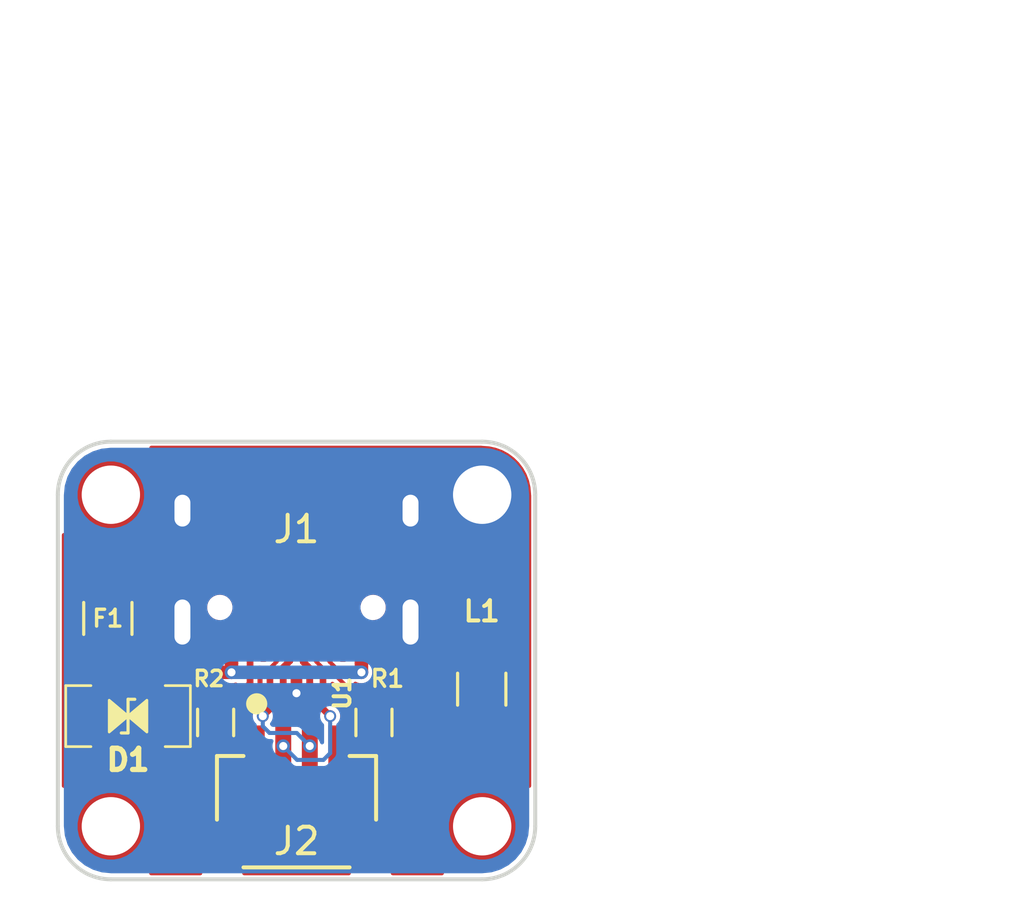
<source format=kicad_pcb>
(kicad_pcb (version 20171130) (host pcbnew "(5.1.10)-1")

  (general
    (thickness 1.6)
    (drawings 19)
    (tracks 85)
    (zones 0)
    (modules 12)
    (nets 11)
  )

  (page User 150.012 150.012)
  (title_block
    (title "Unified Daughterboard")
    (date 2020-03-22)
    (rev C3)
    (company "Designed by the keyboard community")
  )

  (layers
    (0 F.Cu signal)
    (31 B.Cu signal)
    (32 B.Adhes user)
    (33 F.Adhes user)
    (34 B.Paste user)
    (35 F.Paste user)
    (36 B.SilkS user)
    (37 F.SilkS user)
    (38 B.Mask user)
    (39 F.Mask user)
    (40 Dwgs.User user)
    (41 Cmts.User user)
    (42 Eco1.User user)
    (43 Eco2.User user)
    (44 Edge.Cuts user)
    (45 Margin user)
    (46 B.CrtYd user)
    (47 F.CrtYd user)
    (48 B.Fab user)
    (49 F.Fab user)
  )

  (setup
    (last_trace_width 0.254)
    (user_trace_width 0.1524)
    (user_trace_width 0.254)
    (user_trace_width 0.508)
    (trace_clearance 0.127)
    (zone_clearance 0.1524)
    (zone_45_only no)
    (trace_min 0.1524)
    (via_size 0.8)
    (via_drill 0.4)
    (via_min_size 0.4)
    (via_min_drill 0.3)
    (user_via 0.508 0.3048)
    (uvia_size 0.3)
    (uvia_drill 0.1)
    (uvias_allowed no)
    (uvia_min_size 0.2)
    (uvia_min_drill 0.1)
    (edge_width 0.05)
    (segment_width 0.2)
    (pcb_text_width 0.3)
    (pcb_text_size 1.5 1.5)
    (mod_edge_width 0.12)
    (mod_text_size 1 1)
    (mod_text_width 0.15)
    (pad_size 3.500001 3.500001)
    (pad_drill 2.2)
    (pad_to_mask_clearance 0.051)
    (solder_mask_min_width 0.25)
    (aux_axis_origin 0 0)
    (grid_origin 75.0025 64.843)
    (visible_elements 7FFFFF7F)
    (pcbplotparams
      (layerselection 0x310fc_ffffffff)
      (usegerberextensions true)
      (usegerberattributes false)
      (usegerberadvancedattributes false)
      (creategerberjobfile false)
      (excludeedgelayer true)
      (linewidth 0.100000)
      (plotframeref false)
      (viasonmask false)
      (mode 1)
      (useauxorigin false)
      (hpglpennumber 1)
      (hpglpenspeed 20)
      (hpglpendiameter 15.000000)
      (psnegative false)
      (psa4output false)
      (plotreference true)
      (plotvalue true)
      (plotinvisibletext false)
      (padsonsilk false)
      (subtractmaskfromsilk true)
      (outputformat 1)
      (mirror false)
      (drillshape 0)
      (scaleselection 1)
      (outputdirectory "../gerbers-C3"))
  )

  (net 0 "")
  (net 1 GND)
  (net 2 VCC)
  (net 3 GNDPWR)
  (net 4 "Net-(J1-PadB8)")
  (net 5 "Net-(J1-PadA5)")
  (net 6 DA+)
  (net 7 "Net-(J1-PadB5)")
  (net 8 "Net-(J1-PadA8)")
  (net 9 DA-)
  (net 10 VBUS)

  (net_class Default "This is the default net class."
    (clearance 0.127)
    (trace_width 0.254)
    (via_dia 0.8)
    (via_drill 0.4)
    (uvia_dia 0.3)
    (uvia_drill 0.1)
    (add_net DA+)
    (add_net DA-)
    (add_net GNDPWR)
    (add_net "Net-(J1-PadA5)")
    (add_net "Net-(J1-PadA8)")
    (add_net "Net-(J1-PadB5)")
    (add_net "Net-(J1-PadB8)")
    (add_net VBUS)
    (add_net VCC)
  )

  (net_class Power ""
    (clearance 0.1524)
    (trace_width 0.508)
    (via_dia 0.8)
    (via_drill 0.4)
    (uvia_dia 0.3)
    (uvia_drill 0.1)
    (add_net GND)
  )

  (module acheron_Components:USON-10_2.5x1.0mm_P0.5mm (layer F.Cu) (tedit 5E77E520) (tstamp 0)
    (at 75.0025 66.0264 90)
    (descr "USON-10 2.5x1.0mm_ Pitch 0.5mm http://www.ti.com/lit/ds/symlink/tpd4e02b04.pdf")
    (tags "USON-10 2.5x1.0mm Pitch 0.5mm")
    (path /00000000-0000-0000-0000-00005e787d68)
    (attr smd)
    (fp_text reference U1 (at 0 1.7272 90) (layer F.SilkS)
      (effects (font (size 0.6 0.6) (thickness 0.15)))
    )
    (fp_text value TPD4E05U06DQAR (at 0.8024 0 180) (layer F.Fab)
      (effects (font (size 0.254 0.254) (thickness 0.0635)))
    )
    (fp_circle (center -0.4 -1.5) (end -0.4 -1.5) (layer F.SilkS) (width 0.4))
    (fp_line (start 0.5 -1.25) (end 0.5 1.25) (layer F.Fab) (width 0.1))
    (fp_line (start 0.5 -1.25) (end -0.25 -1.25) (layer F.Fab) (width 0.1))
    (fp_line (start -0.5 -1) (end -0.5 1.25) (layer F.Fab) (width 0.1))
    (fp_line (start -0.5 1.25) (end 0.5 1.25) (layer F.Fab) (width 0.1))
    (fp_line (start 0.91 -1.5) (end 0.91 1.5) (layer F.CrtYd) (width 0.05))
    (fp_line (start 0.91 1.5) (end -0.91 1.5) (layer F.CrtYd) (width 0.05))
    (fp_line (start -0.91 1.5) (end -0.91 -1.5) (layer F.CrtYd) (width 0.05))
    (fp_line (start -0.91 -1.5) (end 0.91 -1.5) (layer F.CrtYd) (width 0.05))
    (fp_line (start -0.25 -1.25) (end -0.5 -1) (layer F.Fab) (width 0.1))
    (fp_text user ${REFERENCE} (at 0 0 180) (layer F.Fab)
      (effects (font (size 0.55 0.55) (thickness 0.1)))
    )
    (pad 1 smd roundrect (at -0.385 -1) (size 0.25 0.55) (layers F.Cu F.Paste F.Mask) (roundrect_rratio 0.5)
      (net 6 DA+))
    (pad 2 smd rect (at -0.385 -0.5) (size 0.25 0.55) (layers F.Cu F.Paste F.Mask)
      (net 9 DA-))
    (pad 3 smd rect (at -0.385 0) (size 0.3 0.55) (layers F.Cu F.Paste F.Mask)
      (net 3 GNDPWR))
    (pad 4 smd rect (at -0.385 0.5) (size 0.25 0.55) (layers F.Cu F.Paste F.Mask)
      (net 6 DA+))
    (pad 5 smd rect (at -0.385 1) (size 0.25 0.55) (layers F.Cu F.Paste F.Mask)
      (net 9 DA-))
    (pad 9 smd rect (at 0.385 -0.5) (size 0.25 0.55) (layers F.Cu F.Paste F.Mask)
      (net 9 DA-))
    (pad 6 smd rect (at 0.385 1) (size 0.25 0.55) (layers F.Cu F.Paste F.Mask)
      (net 9 DA-))
    (pad 7 smd rect (at 0.385 0.5) (size 0.25 0.55) (layers F.Cu F.Paste F.Mask)
      (net 6 DA+))
    (pad 10 smd rect (at 0.385 -1) (size 0.25 0.55) (layers F.Cu F.Paste F.Mask)
      (net 6 DA+))
    (pad 8 smd rect (at 0.385 0) (size 0.3 0.55) (layers F.Cu F.Paste F.Mask)
      (net 3 GNDPWR))
    (model ${KISYS3DMOD}/Package_SON.3dshapes/USON-10_2.5x1.0mm_P0.5mm.wrl
      (at (xyz 0 0 0))
      (scale (xyz 1 1 1))
      (rotate (xyz 0 0 0))
    )
  )

  (module Inductor_SMD:L_1206_3216Metric (layer F.Cu) (tedit 5B301BBE) (tstamp 0)
    (at 81.9875 65.874 90)
    (descr "Inductor SMD 1206 (3216 Metric), square (rectangular) end terminal, IPC_7351 nominal, (Body size source: http://www.tortai-tech.com/upload/download/2011102023233369053.pdf), generated with kicad-footprint-generator")
    (tags inductor)
    (path /00000000-0000-0000-0000-00005e78ff8f)
    (attr smd)
    (fp_text reference L1 (at 2.936 0 180) (layer F.SilkS)
      (effects (font (size 0.762 0.762) (thickness 0.1524)))
    )
    (fp_text value 60R@100MHz (at 0.015 1.27 90) (layer F.Fab)
      (effects (font (size 0.508 0.508) (thickness 0.0508)))
    )
    (fp_line (start -1.6 0.8) (end -1.6 -0.8) (layer F.Fab) (width 0.1))
    (fp_line (start -1.6 -0.8) (end 1.6 -0.8) (layer F.Fab) (width 0.1))
    (fp_line (start 1.6 -0.8) (end 1.6 0.8) (layer F.Fab) (width 0.1))
    (fp_line (start 1.6 0.8) (end -1.6 0.8) (layer F.Fab) (width 0.1))
    (fp_line (start -0.602064 -0.91) (end 0.602064 -0.91) (layer F.SilkS) (width 0.12))
    (fp_line (start -0.602064 0.91) (end 0.602064 0.91) (layer F.SilkS) (width 0.12))
    (fp_line (start -2.28 1.12) (end -2.28 -1.12) (layer F.CrtYd) (width 0.05))
    (fp_line (start -2.28 -1.12) (end 2.28 -1.12) (layer F.CrtYd) (width 0.05))
    (fp_line (start 2.28 -1.12) (end 2.28 1.12) (layer F.CrtYd) (width 0.05))
    (fp_line (start 2.28 1.12) (end -2.28 1.12) (layer F.CrtYd) (width 0.05))
    (fp_text user ${REFERENCE} (at 0 0 90) (layer F.Fab)
      (effects (font (size 0.8 0.8) (thickness 0.12)))
    )
    (pad 2 smd roundrect (at 1.4 0 90) (size 1.25 1.75) (layers F.Cu F.Paste F.Mask) (roundrect_rratio 0.2)
      (net 3 GNDPWR))
    (pad 1 smd roundrect (at -1.4 0 90) (size 1.25 1.75) (layers F.Cu F.Paste F.Mask) (roundrect_rratio 0.2)
      (net 1 GND))
    (model ${KISYS3DMOD}/Inductor_SMD.3dshapes/L_1206_3216Metric.wrl
      (at (xyz 0 0 0))
      (scale (xyz 1 1 1))
      (rotate (xyz 0 0 0))
    )
  )

  (module Resistors_SMD:R_0603 (layer F.Cu) (tedit 58E0A804) (tstamp 0)
    (at 71.9545 67.129 270)
    (descr "Resistor SMD 0603, reflow soldering, Vishay (see dcrcw.pdf)")
    (tags "resistor 0603")
    (path /00000000-0000-0000-0000-00005c91b0d9)
    (attr smd)
    (fp_text reference R2 (at -1.651 0.254 180) (layer F.SilkS)
      (effects (font (size 0.5842 0.5842) (thickness 0.127)))
    )
    (fp_text value 5.1k (at 1.778 -0.127) (layer F.Fab)
      (effects (font (size 0.508 0.508) (thickness 0.127)))
    )
    (fp_line (start -0.8 0.4) (end -0.8 -0.4) (layer F.Fab) (width 0.1))
    (fp_line (start 0.8 0.4) (end -0.8 0.4) (layer F.Fab) (width 0.1))
    (fp_line (start 0.8 -0.4) (end 0.8 0.4) (layer F.Fab) (width 0.1))
    (fp_line (start -0.8 -0.4) (end 0.8 -0.4) (layer F.Fab) (width 0.1))
    (fp_line (start 0.5 0.68) (end -0.5 0.68) (layer F.SilkS) (width 0.12))
    (fp_line (start -0.5 -0.68) (end 0.5 -0.68) (layer F.SilkS) (width 0.12))
    (fp_line (start -1.25 -0.7) (end 1.25 -0.7) (layer F.CrtYd) (width 0.05))
    (fp_line (start -1.25 -0.7) (end -1.25 0.7) (layer F.CrtYd) (width 0.05))
    (fp_line (start 1.25 0.7) (end 1.25 -0.7) (layer F.CrtYd) (width 0.05))
    (fp_line (start 1.25 0.7) (end -1.25 0.7) (layer F.CrtYd) (width 0.05))
    (fp_text user ${REFERENCE} (at 0 0 270) (layer F.Fab)
      (effects (font (size 0.4 0.4) (thickness 0.075)))
    )
    (pad 1 smd rect (at -0.75 0 270) (size 0.5 0.9) (layers F.Cu F.Paste F.Mask)
      (net 7 "Net-(J1-PadB5)"))
    (pad 2 smd rect (at 0.75 0 270) (size 0.5 0.9) (layers F.Cu F.Paste F.Mask)
      (net 3 GNDPWR))
    (model ${KISYS3DMOD}/Resistor_SMD.3dshapes/R_0603_1608Metric.wrl
      (at (xyz 0 0 0))
      (scale (xyz 1 1 1))
      (rotate (xyz 0 0 0))
    )
  )

  (module Fuse:Fuse_1206_3216Metric (layer F.Cu) (tedit 5B301BBE) (tstamp 0)
    (at 67.8905 63.207 270)
    (descr "Fuse SMD 1206 (3216 Metric), square (rectangular) end terminal, IPC_7351 nominal, (Body size source: http://www.tortai-tech.com/upload/download/2011102023233369053.pdf), generated with kicad-footprint-generator")
    (tags resistor)
    (path /00000000-0000-0000-0000-00005e78a38e)
    (attr smd)
    (fp_text reference F1 (at 0 0) (layer F.SilkS)
      (effects (font (size 0.635 0.635) (thickness 0.127)))
    )
    (fp_text value ASMD1206-150 (at -0.015 1.143 90) (layer F.Fab)
      (effects (font (size 0.254 0.254) (thickness 0.0635)))
    )
    (fp_line (start -1.6 0.8) (end -1.6 -0.8) (layer F.Fab) (width 0.1))
    (fp_line (start -1.6 -0.8) (end 1.6 -0.8) (layer F.Fab) (width 0.1))
    (fp_line (start 1.6 -0.8) (end 1.6 0.8) (layer F.Fab) (width 0.1))
    (fp_line (start 1.6 0.8) (end -1.6 0.8) (layer F.Fab) (width 0.1))
    (fp_line (start -0.602064 -0.91) (end 0.602064 -0.91) (layer F.SilkS) (width 0.12))
    (fp_line (start -0.602064 0.91) (end 0.602064 0.91) (layer F.SilkS) (width 0.12))
    (fp_line (start -2.28 1.12) (end -2.28 -1.12) (layer F.CrtYd) (width 0.05))
    (fp_line (start -2.28 -1.12) (end 2.28 -1.12) (layer F.CrtYd) (width 0.05))
    (fp_line (start 2.28 -1.12) (end 2.28 1.12) (layer F.CrtYd) (width 0.05))
    (fp_line (start 2.28 1.12) (end -2.28 1.12) (layer F.CrtYd) (width 0.05))
    (fp_text user ${REFERENCE} (at 0 0 90) (layer F.Fab)
      (effects (font (size 0.8 0.8) (thickness 0.12)))
    )
    (pad 2 smd roundrect (at 1.4 0 270) (size 1.25 1.75) (layers F.Cu F.Paste F.Mask) (roundrect_rratio 0.2)
      (net 2 VCC))
    (pad 1 smd roundrect (at -1.4 0 270) (size 1.25 1.75) (layers F.Cu F.Paste F.Mask) (roundrect_rratio 0.2)
      (net 10 VBUS))
    (model ${KISYS3DMOD}/Resistor_SMD.3dshapes/R_1206_3216Metric.wrl
      (at (xyz 0 0 0))
      (scale (xyz 1 1 1))
      (rotate (xyz 0 0 0))
    )
  )

  (module acheron_Components:D_SOD-123_Bidirectional (layer F.Cu) (tedit 5DCC5082) (tstamp 0)
    (at 68.6525 66.89 180)
    (descr SOD-123)
    (tags SOD-123)
    (path /00000000-0000-0000-0000-00005e18209e)
    (attr smd)
    (fp_text reference D1 (at 0 -1.651 180) (layer F.SilkS)
      (effects (font (size 0.8 0.8) (thickness 0.2)))
    )
    (fp_text value SMF9.0CA (at 0 -1.509) (layer F.Fab)
      (effects (font (size 0.5 0.5) (thickness 0.125)))
    )
    (fp_line (start 0 0.635) (end -0.254 0.635) (layer F.SilkS) (width 0.12))
    (fp_line (start 0 -0.635) (end 0.254 -0.635) (layer F.SilkS) (width 0.12))
    (fp_line (start 0 0.635) (end 0 -0.635) (layer F.SilkS) (width 0.12))
    (fp_poly (pts (xy 0 0) (xy 0.711 -0.6) (xy 0.711 0.6)) (layer F.SilkS) (width 0.1))
    (fp_poly (pts (xy 0 0) (xy -0.711 0.6) (xy -0.711 -0.6)) (layer F.SilkS) (width 0.1))
    (fp_line (start -2.35 -1.15) (end -2.35 1.15) (layer F.CrtYd) (width 0.05))
    (fp_line (start 2.35 1.15) (end -2.35 1.15) (layer F.CrtYd) (width 0.05))
    (fp_line (start 2.35 -1.15) (end 2.35 1.15) (layer F.CrtYd) (width 0.05))
    (fp_line (start -2.35 -1.15) (end 2.35 -1.15) (layer F.CrtYd) (width 0.05))
    (fp_line (start -1.4 -0.9) (end 1.4 -0.9) (layer F.Fab) (width 0.1))
    (fp_line (start 1.4 -0.9) (end 1.4 0.9) (layer F.Fab) (width 0.1))
    (fp_line (start 1.4 0.9) (end -1.4 0.9) (layer F.Fab) (width 0.1))
    (fp_line (start -1.4 0.9) (end -1.4 -0.9) (layer F.Fab) (width 0.1))
    (fp_line (start -0.75 0) (end -0.35 0) (layer F.Fab) (width 0.1))
    (fp_line (start -0.35 0) (end -0.35 -0.55) (layer F.Fab) (width 0.1))
    (fp_line (start -0.35 0) (end -0.35 0.55) (layer F.Fab) (width 0.1))
    (fp_line (start -0.35 0) (end 0.25 -0.4) (layer F.Fab) (width 0.1))
    (fp_line (start 0.25 -0.4) (end 0.25 0.4) (layer F.Fab) (width 0.1))
    (fp_line (start 0.25 0.4) (end -0.35 0) (layer F.Fab) (width 0.1))
    (fp_line (start 0.25 0) (end 0.75 0) (layer F.Fab) (width 0.1))
    (fp_line (start 2.35 -1.15) (end 2.35 1.15) (layer F.SilkS) (width 0.1016))
    (fp_line (start 2.35 1.15) (end 1.4 1.15) (layer F.SilkS) (width 0.1016))
    (fp_line (start 2.35 -1.15) (end 1.4 -1.15) (layer F.SilkS) (width 0.1016))
    (fp_line (start -2.35 1.15) (end -2.35 -1.15) (layer F.SilkS) (width 0.1016))
    (fp_line (start -2.35 1.15) (end -1.4 1.15) (layer F.SilkS) (width 0.1016))
    (fp_line (start -2.35 -1.15) (end -1.4 -1.15) (layer F.SilkS) (width 0.1016))
    (fp_text user ${REFERENCE} (at 0 -1.397) (layer F.Fab)
      (effects (font (size 0.5 0.5) (thickness 0.125)))
    )
    (pad 1 smd roundrect (at -1.65 0 180) (size 1 1.2) (layers F.Cu F.Paste F.Mask) (roundrect_rratio 0.25)
      (net 3 GNDPWR))
    (pad 2 smd roundrect (at 1.65 0 180) (size 1 1.2) (layers F.Cu F.Paste F.Mask) (roundrect_rratio 0.25)
      (net 2 VCC))
    (model ${KISYS3DMOD}/Diode_SMD.3dshapes/D_SOD-123.wrl
      (at (xyz 0 0 0))
      (scale (xyz 1 1 1))
      (rotate (xyz 0 0 0))
    )
  )

  (module acheron_Connectors:TYPE-C-31-M-12 (layer F.Cu) (tedit 5DF7FEB0) (tstamp 0)
    (at 75.0025 64.843 180)
    (path /00000000-0000-0000-0000-00005e77a5d1)
    (fp_text reference J1 (at 0 5) (layer F.SilkS)
      (effects (font (size 1 1) (thickness 0.15)))
    )
    (fp_text value TYPE-C-31-M12_13 (at 0.05 7.35) (layer F.Fab)
      (effects (font (size 0.5 0.5) (thickness 0.125)))
    )
    (fp_line (start 3.7 6.8) (end 5 5.5) (layer F.Fab) (width 0.05))
    (fp_line (start 2.7 6.8) (end 5 4.5) (layer F.Fab) (width 0.05))
    (fp_line (start 1.7 6.8) (end 5 3.5) (layer F.Fab) (width 0.05))
    (fp_line (start 0.7 6.8) (end 5 2.5) (layer F.Fab) (width 0.05))
    (fp_line (start -0.3 6.8) (end 2.1 4.5) (layer F.Fab) (width 0.05))
    (fp_line (start 3.1 3.4) (end 5 1.5) (layer F.Fab) (width 0.05))
    (fp_line (start 2.1 3.4) (end 4.1 1.4) (layer F.Fab) (width 0.05))
    (fp_line (start -1.3 6.8) (end 1.1 4.5) (layer F.Fab) (width 0.05))
    (fp_line (start -2.3 6.8) (end 0.1 4.5) (layer F.Fab) (width 0.05))
    (fp_line (start 1.1 3.4) (end 3.1 1.4) (layer F.Fab) (width 0.05))
    (fp_line (start 0.1 3.4) (end 2.1 1.4) (layer F.Fab) (width 0.05))
    (fp_line (start -3.3 6.8) (end -0.9 4.5) (layer F.Fab) (width 0.05))
    (fp_line (start -5 6.5) (end -2.9 4.5) (layer F.Fab) (width 0.05))
    (fp_line (start -1.9 3.4) (end 0.1 1.4) (layer F.Fab) (width 0.05))
    (fp_line (start -0.9 3.4) (end 1.1 1.4) (layer F.Fab) (width 0.05))
    (fp_line (start -5 2.5) (end -3.9 1.4) (layer F.Fab) (width 0.05))
    (fp_line (start -5 3.5) (end -2.9 1.4) (layer F.Fab) (width 0.05))
    (fp_line (start -4.3 6.8) (end -1.9 4.5) (layer F.Fab) (width 0.05))
    (fp_line (start -5 4.5) (end -1.9 1.4) (layer F.Fab) (width 0.05))
    (fp_line (start -5 5.5) (end -0.9 1.4) (layer F.Fab) (width 0.05))
    (fp_line (start 5 1.4) (end -5 1.4) (layer F.Fab) (width 0.12))
    (fp_line (start 5 6.8) (end 5 1.4) (layer F.Fab) (width 0.12))
    (fp_line (start -5 6.8) (end 5 6.8) (layer F.Fab) (width 0.12))
    (fp_line (start -5 1.4) (end -5 6.8) (layer F.Fab) (width 0.12))
    (fp_line (start 4.8 8.42) (end -4.8 8.42) (layer Cmts.User) (width 0.15))
    (fp_text user "KEEPOUT ZONE" (at 0 4) (layer F.Fab)
      (effects (font (size 0.5 0.5) (thickness 0.125)))
    )
    (pad S thru_hole oval (at 4.3 1.5 180) (size 1.1 2.2) (drill oval 0.6 1.7) (layers *.Cu *.Mask)
      (net 3 GNDPWR))
    (pad S thru_hole oval (at 4.3 5.7 180) (size 1.3 1.9) (drill oval 0.6 1.2) (layers *.Cu *.Mask)
      (net 3 GNDPWR))
    (pad "" np_thru_hole circle (at 2.89 2.051 180) (size 0.65 0.65) (drill 0.65) (layers *.Cu *.Mask))
    (pad "" np_thru_hole circle (at -2.89 2.051 180) (size 0.65 0.65) (drill 0.65) (layers *.Cu *.Mask))
    (pad S thru_hole oval (at -4.3 5.7 180) (size 1.3 1.9) (drill oval 0.6 1.2) (layers *.Cu *.Mask)
      (net 3 GNDPWR))
    (pad A1 smd roundrect (at -3.25 1.275 180) (size 0.6 1.45) (drill (offset 0 -0.55)) (layers F.Cu F.Paste F.Mask) (roundrect_rratio 0.25)
      (net 3 GNDPWR))
    (pad B8 smd roundrect (at -1.75 1.275 180) (size 0.3 1.45) (drill (offset 0 -0.55)) (layers F.Cu F.Paste F.Mask) (roundrect_rratio 0.25)
      (net 4 "Net-(J1-PadB8)"))
    (pad A5 smd roundrect (at -1.25 1.275 180) (size 0.3 1.45) (drill (offset 0 -0.55)) (layers F.Cu F.Paste F.Mask) (roundrect_rratio 0.25)
      (net 5 "Net-(J1-PadA5)"))
    (pad B7 smd roundrect (at -0.75 1.275 180) (size 0.3 1.45) (drill (offset 0 -0.55)) (layers F.Cu F.Paste F.Mask) (roundrect_rratio 0.25)
      (net 9 DA-))
    (pad A6 smd roundrect (at -0.254 1.275 180) (size 0.3 1.45) (drill (offset 0 -0.55)) (layers F.Cu F.Paste F.Mask) (roundrect_rratio 0.25)
      (net 6 DA+))
    (pad B5 smd roundrect (at 1.75 1.275 180) (size 0.3 1.45) (drill (offset 0 -0.55)) (layers F.Cu F.Paste F.Mask) (roundrect_rratio 0.25)
      (net 7 "Net-(J1-PadB5)"))
    (pad A8 smd roundrect (at 1.25 1.275 180) (size 0.3 1.45) (drill (offset 0 -0.55)) (layers F.Cu F.Paste F.Mask) (roundrect_rratio 0.25)
      (net 8 "Net-(J1-PadA8)"))
    (pad B6 smd roundrect (at 0.75 1.275 180) (size 0.3 1.45) (drill (offset 0 -0.55)) (layers F.Cu F.Paste F.Mask) (roundrect_rratio 0.25)
      (net 6 DA+))
    (pad A7 smd roundrect (at 0.25 1.275 180) (size 0.3 1.45) (drill (offset 0 -0.55)) (layers F.Cu F.Paste F.Mask) (roundrect_rratio 0.25)
      (net 9 DA-))
    (pad S thru_hole oval (at -4.3 1.5 180) (size 1.1 2.2) (drill oval 0.6 1.7) (layers *.Cu *.Mask)
      (net 3 GNDPWR))
    (pad A4 smd roundrect (at -2.45 1.275 180) (size 0.6 1.45) (drill (offset 0 -0.55)) (layers F.Cu F.Paste F.Mask) (roundrect_rratio 0.25)
      (net 10 VBUS))
    (pad B1 smd roundrect (at 3.25 1.275 180) (size 0.6 1.45) (drill (offset 0 -0.55)) (layers F.Cu F.Paste F.Mask) (roundrect_rratio 0.25)
      (net 3 GNDPWR))
    (pad B4 smd roundrect (at 2.45 1.275 180) (size 0.6 1.45) (drill (offset 0 -0.55)) (layers F.Cu F.Paste F.Mask) (roundrect_rratio 0.25)
      (net 10 VBUS))
    (model ":Acheron 3D models:TYPE-C-31-M-12.step"
      (offset (xyz -4.46 -8.25 0))
      (scale (xyz 1 1 1))
      (rotate (xyz -90 0 0))
    )
  )

  (module random-keyboard-parts:Generic-Mounthole (layer F.Cu) (tedit 5E77EDF9) (tstamp 0)
    (at 68.0045 58.543)
    (path /00000000-0000-0000-0000-00005c91ec0e)
    (attr virtual)
    (fp_text reference MH1 (at 0 2) (layer Dwgs.User)
      (effects (font (size 1 1) (thickness 0.15)))
    )
    (fp_text value Mount-M2 (at 0 -2) (layer Dwgs.User) hide
      (effects (font (size 1 1) (thickness 0.15)))
    )
    (pad "" np_thru_hole circle (at 0 0) (size 3.500001 3.500001) (drill 2.2) (layers F.Cu F.Mask)
      (clearance 0.508))
  )

  (module random-keyboard-parts:Generic-Mounthole (layer F.Cu) (tedit 5E77ED0E) (tstamp 0)
    (at 82.0045 58.543)
    (path /00000000-0000-0000-0000-00005c91ec94)
    (attr virtual)
    (fp_text reference MH2 (at 0 2) (layer Dwgs.User) hide
      (effects (font (size 1 1) (thickness 0.15)))
    )
    (fp_text value Mount-M2 (at 0 -2) (layer Dwgs.User) hide
      (effects (font (size 1 1) (thickness 0.15)))
    )
    (pad 1 thru_hole circle (at 0 0) (size 3.500001 3.500001) (drill 2.2) (layers *.Cu *.Mask)
      (net 3 GNDPWR))
  )

  (module random-keyboard-parts:Generic-Mounthole (layer F.Cu) (tedit 5E77EE21) (tstamp 0)
    (at 68.0045 71.043)
    (path /00000000-0000-0000-0000-00005c91ecc0)
    (attr virtual)
    (fp_text reference MH3 (at 0 2) (layer Dwgs.User) hide
      (effects (font (size 1 1) (thickness 0.15)))
    )
    (fp_text value Mount-M2 (at 0 -2) (layer Dwgs.User) hide
      (effects (font (size 1 1) (thickness 0.15)))
    )
    (pad "" np_thru_hole circle (at 0 0) (size 3.500001 3.500001) (drill 2.2) (layers F.Cu F.Mask)
      (clearance 0.508))
  )

  (module random-keyboard-parts:Generic-Mounthole (layer F.Cu) (tedit 5E77EE52) (tstamp 0)
    (at 82.0045 71.043)
    (path /00000000-0000-0000-0000-00005c91ece4)
    (attr virtual)
    (fp_text reference MH4 (at 0 2) (layer Dwgs.User) hide
      (effects (font (size 1 1) (thickness 0.15)))
    )
    (fp_text value Mount-M2 (at 0 -2) (layer Dwgs.User) hide
      (effects (font (size 1 1) (thickness 0.15)))
    )
    (pad "" np_thru_hole circle (at 0 0) (size 3.500001 3.500001) (drill 2.2) (layers F.Cu F.Mask)
      (clearance 0.508))
  )

  (module random-keyboard-parts:JST-SR-4 (layer F.Cu) (tedit 5C919B1C) (tstamp 0)
    (at 75.0045 72.793)
    (path /00000000-0000-0000-0000-00005c91afcb)
    (attr smd)
    (fp_text reference J2 (at 0.004 -1.189) (layer F.SilkS)
      (effects (font (size 1 1) (thickness 0.15)))
    )
    (fp_text value "SM04B-SRSS-TB(LF)(SN)" (at -0.002 -3.378) (layer F.Fab)
      (effects (font (size 0.254 0.254) (thickness 0.0635)))
    )
    (fp_line (start 3 -0.2) (end -3 -0.2) (layer B.CrtYd) (width 0.15))
    (fp_line (start -3 -0.2) (end -3 -4.4) (layer B.CrtYd) (width 0.15))
    (fp_line (start -3 -4.4) (end 3 -4.4) (layer B.CrtYd) (width 0.15))
    (fp_line (start 3 -4.4) (end 3 -0.2) (layer B.CrtYd) (width 0.15))
    (fp_line (start 2 -4.4) (end 3 -4.4) (layer F.SilkS) (width 0.15))
    (fp_line (start 3 -4.4) (end 3 -2) (layer F.SilkS) (width 0.15))
    (fp_line (start 2 -0.2) (end -2 -0.2) (layer F.SilkS) (width 0.15))
    (fp_line (start -3 -2) (end -3 -4.4) (layer F.SilkS) (width 0.15))
    (fp_line (start -3 -4.4) (end -2 -4.4) (layer F.SilkS) (width 0.15))
    (pad 3 smd rect (at 0.5 -4.775) (size 0.6 1.55) (layers F.Cu F.Paste F.Mask)
      (net 6 DA+))
    (pad 4 smd rect (at 1.5 -4.775) (size 0.6 1.55) (layers F.Cu F.Paste F.Mask)
      (net 1 GND))
    (pad 2 smd rect (at -0.5 -4.775) (size 0.6 1.55) (layers F.Cu F.Paste F.Mask)
      (net 9 DA-))
    (pad 1 smd rect (at -1.5 -4.775) (size 0.6 1.55) (layers F.Cu F.Paste F.Mask)
      (net 2 VCC))
    (pad "" smd rect (at -2.8 -0.9) (size 1.2 1.8) (layers F.Cu F.Paste F.Mask))
    (pad "" smd rect (at 2.8 -0.9) (size 1.2 1.8) (layers F.Cu F.Paste F.Mask))
    (model ${KIPRJMOD}/AcheronLibrary/3d_models/SM04B-SRSS-TR.step
      (at (xyz 0 0 0))
      (scale (xyz 1 1 1))
      (rotate (xyz -90 0 0))
    )
  )

  (module Resistors_SMD:R_0603 (layer F.Cu) (tedit 58E0A804) (tstamp 0)
    (at 77.9235 67.129 270)
    (descr "Resistor SMD 0603, reflow soldering, Vishay (see dcrcw.pdf)")
    (tags "resistor 0603")
    (path /00000000-0000-0000-0000-00005c91b042)
    (attr smd)
    (fp_text reference R1 (at -1.651 -0.508) (layer F.SilkS)
      (effects (font (size 0.635 0.635) (thickness 0.127)))
    )
    (fp_text value 5.1k (at 0 -0.889 270) (layer F.Fab)
      (effects (font (size 0.508 0.508) (thickness 0.127)))
    )
    (fp_line (start 1.25 0.7) (end -1.25 0.7) (layer F.CrtYd) (width 0.05))
    (fp_line (start 1.25 0.7) (end 1.25 -0.7) (layer F.CrtYd) (width 0.05))
    (fp_line (start -1.25 -0.7) (end -1.25 0.7) (layer F.CrtYd) (width 0.05))
    (fp_line (start -1.25 -0.7) (end 1.25 -0.7) (layer F.CrtYd) (width 0.05))
    (fp_line (start -0.5 -0.68) (end 0.5 -0.68) (layer F.SilkS) (width 0.12))
    (fp_line (start 0.5 0.68) (end -0.5 0.68) (layer F.SilkS) (width 0.12))
    (fp_line (start -0.8 -0.4) (end 0.8 -0.4) (layer F.Fab) (width 0.1))
    (fp_line (start 0.8 -0.4) (end 0.8 0.4) (layer F.Fab) (width 0.1))
    (fp_line (start 0.8 0.4) (end -0.8 0.4) (layer F.Fab) (width 0.1))
    (fp_line (start -0.8 0.4) (end -0.8 -0.4) (layer F.Fab) (width 0.1))
    (fp_text user ${REFERENCE} (at 0 0 270) (layer F.Fab)
      (effects (font (size 0.4 0.4) (thickness 0.075)))
    )
    (pad 2 smd rect (at 0.75 0 270) (size 0.5 0.9) (layers F.Cu F.Paste F.Mask)
      (net 3 GNDPWR))
    (pad 1 smd rect (at -0.75 0 270) (size 0.5 0.9) (layers F.Cu F.Paste F.Mask)
      (net 5 "Net-(J1-PadA5)"))
    (model ${KISYS3DMOD}/Resistor_SMD.3dshapes/R_0603_1608Metric.wrl
      (at (xyz 0 0 0))
      (scale (xyz 1 1 1))
      (rotate (xyz 0 0 0))
    )
  )

  (gr_line (start 77.0045 67.043) (end 77.0045 68.543) (layer F.CrtYd) (width 0.05))
  (gr_line (start 73.0045 67.043) (end 77.0045 67.043) (layer F.CrtYd) (width 0.05))
  (gr_line (start 73.0045 68.543) (end 73.0045 67.043) (layer F.CrtYd) (width 0.05))
  (gr_line (start 72.0045 72.543) (end 72.0045 68.543) (layer F.CrtYd) (width 0.05))
  (gr_line (start 78.0045 72.543) (end 72.0045 72.543) (layer F.CrtYd) (width 0.05))
  (gr_line (start 78.0045 68.543) (end 78.0045 72.543) (layer F.CrtYd) (width 0.05))
  (gr_line (start 72.0045 68.543) (end 78.0045 68.543) (layer F.CrtYd) (width 0.05))
  (dimension 14 (width 0.1) (layer Dwgs.User)
    (gr_text "14.000 mm" (at 75.0045 46.943001) (layer Dwgs.User)
      (effects (font (size 1.5 1.5) (thickness 0.1)))
    )
    (feature1 (pts (xy 68.0045 56.543) (xy 68.0045 48.45658)))
    (feature2 (pts (xy 82.0045 56.543) (xy 82.0045 48.45658)))
    (crossbar (pts (xy 82.0045 49.043001) (xy 68.0045 49.043001)))
    (arrow1a (pts (xy 68.0045 49.043001) (xy 69.131004 48.45658)))
    (arrow1b (pts (xy 68.0045 49.043001) (xy 69.131004 49.629422)))
    (arrow2a (pts (xy 82.0045 49.043001) (xy 80.877996 48.45658)))
    (arrow2b (pts (xy 82.0045 49.043001) (xy 80.877996 49.629422)))
  )
  (dimension 12.5 (width 0.1) (layer Dwgs.User)
    (gr_text "12.500 mm" (at 96.6045 64.793 270) (layer Dwgs.User)
      (effects (font (size 1.5 1.5) (thickness 0.1)))
    )
    (feature1 (pts (xy 84.0045 71.043) (xy 95.090921 71.043)))
    (feature2 (pts (xy 84.0045 58.543) (xy 95.090921 58.543)))
    (crossbar (pts (xy 94.5045 58.543) (xy 94.5045 71.043)))
    (arrow1a (pts (xy 94.5045 71.043) (xy 93.918079 69.916496)))
    (arrow1b (pts (xy 94.5045 71.043) (xy 95.090921 69.916496)))
    (arrow2a (pts (xy 94.5045 58.543) (xy 93.918079 59.669504)))
    (arrow2b (pts (xy 94.5045 58.543) (xy 95.090921 59.669504)))
  )
  (gr_arc (start 82.0045 71.043) (end 82.0045 73.043) (angle -90) (layer Edge.Cuts) (width 0.15))
  (gr_arc (start 68.0045 71.043) (end 66.0045 71.043) (angle -90) (layer Edge.Cuts) (width 0.15))
  (gr_line (start 66.0045 71.043) (end 66.0045 58.543) (layer Edge.Cuts) (width 0.15))
  (gr_line (start 82.0045 73.043) (end 68.0045 73.043) (layer Edge.Cuts) (width 0.15))
  (gr_line (start 84.0045 58.543) (end 84.0045 71.043) (layer Edge.Cuts) (width 0.15))
  (gr_line (start 68.0045 56.543) (end 82.0045 56.543) (layer Edge.Cuts) (width 0.15))
  (gr_arc (start 68.0045 58.543) (end 68.0045 56.543) (angle -90) (layer Edge.Cuts) (width 0.15))
  (gr_arc (start 82.0045 58.543) (end 84.0045 58.543) (angle -90) (layer Edge.Cuts) (width 0.15))
  (dimension 16.5 (width 0.1) (layer Dwgs.User)
    (gr_text "16.500 mm" (at 100.6045 64.793 270) (layer Dwgs.User)
      (effects (font (size 1.5 1.5) (thickness 0.1)))
    )
    (feature1 (pts (xy 84.0045 73.043) (xy 99.090921 73.043)))
    (feature2 (pts (xy 84.0045 56.543) (xy 99.090921 56.543)))
    (crossbar (pts (xy 98.5045 56.543) (xy 98.5045 73.043)))
    (arrow1a (pts (xy 98.5045 73.043) (xy 97.918079 71.916496)))
    (arrow1b (pts (xy 98.5045 73.043) (xy 99.090921 71.916496)))
    (arrow2a (pts (xy 98.5045 56.543) (xy 97.918079 57.669504)))
    (arrow2b (pts (xy 98.5045 56.543) (xy 99.090921 57.669504)))
  )
  (dimension 18 (width 0.1) (layer Dwgs.User)
    (gr_text "18.000 mm" (at 75.0045 40.443) (layer Dwgs.User)
      (effects (font (size 1.5 1.5) (thickness 0.1)))
    )
    (feature1 (pts (xy 84.0045 56.543) (xy 84.0045 41.956579)))
    (feature2 (pts (xy 66.0045 56.543) (xy 66.0045 41.956579)))
    (crossbar (pts (xy 66.0045 42.543) (xy 84.0045 42.543)))
    (arrow1a (pts (xy 84.0045 42.543) (xy 82.877996 43.129421)))
    (arrow1b (pts (xy 84.0045 42.543) (xy 82.877996 41.956579)))
    (arrow2a (pts (xy 66.0045 42.543) (xy 67.131004 43.129421)))
    (arrow2b (pts (xy 66.0045 42.543) (xy 67.131004 41.956579)))
  )

  (segment (start 68.0045 71.043) (end 68.0045 70.95) (width 0.508) (layer F.Cu) (net 0))
  (segment (start 76.5045 68.018) (end 76.5045 68.646) (width 0.508) (layer F.Cu) (net 1))
  (segment (start 76.5045 68.646) (end 77.2885 69.43) (width 0.508) (layer F.Cu) (net 1))
  (segment (start 77.2885 69.43) (end 79.7553 69.43) (width 0.508) (layer F.Cu) (net 1))
  (segment (start 79.7553 69.43) (end 81.9875 67.1978) (width 0.508) (layer F.Cu) (net 1))
  (segment (start 68.596 68.2155) (end 69.231 68.2155) (width 0.508) (layer F.Cu) (net 2))
  (segment (start 68.074 68.2155) (end 68.596 68.2155) (width 0.508) (layer F.Cu) (net 2))
  (segment (start 67.0025 67.511) (end 67.707 68.2155) (width 0.508) (layer F.Cu) (net 2))
  (segment (start 67.707 68.2155) (end 68.596 68.2155) (width 0.508) (layer F.Cu) (net 2))
  (segment (start 67.0025 66.89) (end 67.0025 67.511) (width 0.508) (layer F.Cu) (net 2))
  (segment (start 67.0025 66.89) (end 67.0025 65.495) (width 0.508) (layer F.Cu) (net 2))
  (segment (start 67.0025 65.495) (end 67.8905 64.607) (width 0.508) (layer F.Cu) (net 2))
  (segment (start 69.231 68.2155) (end 70.0645 69.049) (width 0.508) (layer F.Cu) (net 2))
  (segment (start 70.0645 69.049) (end 72.4735 69.049) (width 0.508) (layer F.Cu) (net 2))
  (segment (start 71.1059 69.049) (end 72.4735 69.049) (width 0.508) (layer F.Cu) (net 2))
  (segment (start 71.1059 69.049) (end 70.3693 69.049) (width 0.508) (layer F.Cu) (net 2))
  (segment (start 73.5045 68.018) (end 73.5045 68.018) (width 0.508) (layer F.Cu) (net 2))
  (segment (start 73.5045 67.814) (end 73.5045 68.018) (width 0.508) (layer F.Cu) (net 2))
  (segment (start 72.4735 69.049) (end 73.5045 68.018) (width 0.508) (layer F.Cu) (net 2))
  (segment (start 67.1295 65.368) (end 67.8905 64.607) (width 0.508) (layer F.Cu) (net 2))
  (segment (start 79.3245 59.143) (end 79.3245 59.283) (width 0.508) (layer F.Cu) (net 3))
  (via (at 75.0025 66.0264) (size 0.45) (drill 0.3048) (layers F.Cu B.Cu) (net 3))
  (segment (start 76.2545 64.389) (end 76.231501 64.411999) (width 0.254) (layer F.Cu) (net 5))
  (segment (start 76.2545 64.238) (end 76.2545 64.389) (width 0.254) (layer F.Cu) (net 5))
  (segment (start 76.5265 65.114445) (end 76.2525 64.840445) (width 0.1524) (layer F.Cu) (net 5))
  (segment (start 76.5265 65.4048) (end 76.5265 65.114445) (width 0.1524) (layer F.Cu) (net 5))
  (segment (start 77.9235 66.14) (end 77.2617 66.14) (width 0.1524) (layer F.Cu) (net 5))
  (segment (start 76.2525 64.840445) (end 76.2525 63.568) (width 0.1524) (layer F.Cu) (net 5))
  (segment (start 77.2617 66.14) (end 76.5265 65.4048) (width 0.1524) (layer F.Cu) (net 5))
  (segment (start 75.5045 68.018) (end 75.5045 68.018) (width 0.254) (layer F.Cu) (net 6))
  (segment (start 74.2525 64.838828) (end 74.2525 63.568) (width 0.1524) (layer F.Cu) (net 6))
  (segment (start 74.0025 65.088828) (end 74.2525 64.838828) (width 0.1524) (layer F.Cu) (net 6))
  (segment (start 74.0025 66.4114) (end 74.0025 65.088828) (width 0.1524) (layer F.Cu) (net 6))
  (segment (start 75.5025 66.4114) (end 75.5025 65.088828) (width 0.1524) (layer F.Cu) (net 6))
  (via (at 73.7325 66.89) (size 0.45) (drill 0.3048) (layers F.Cu B.Cu) (net 6))
  (segment (start 74.0025 66.62) (end 73.7325 66.89) (width 0.254) (layer F.Cu) (net 6))
  (segment (start 74.0025 66.4114) (end 74.0025 66.62) (width 0.254) (layer F.Cu) (net 6))
  (segment (start 75.5025 66.89) (end 75.5025 65.6414) (width 0.254) (layer F.Cu) (net 6))
  (segment (start 75.5025 66.89) (end 75.5025 65.088828) (width 0.254) (layer F.Cu) (net 6))
  (segment (start 75.2565 64.842828) (end 75.5025 65.088828) (width 0.254) (layer F.Cu) (net 6))
  (segment (start 75.2565 63.568) (end 75.2565 64.842828) (width 0.254) (layer F.Cu) (net 6))
  (segment (start 75.5025 66.89) (end 75.5025 66.4114) (width 0.254) (layer F.Cu) (net 6))
  (segment (start 75.5025 68.016) (end 75.5045 68.018) (width 0.254) (layer F.Cu) (net 6))
  (segment (start 75.5025 66.89) (end 75.5025 68.016) (width 0.254) (layer F.Cu) (net 6))
  (via (at 75.5025 68.016) (size 0.508) (drill 0.3048) (layers F.Cu B.Cu) (net 6))
  (segment (start 73.7325 66.89) (end 73.7325 67.271) (width 0.1524) (layer B.Cu) (net 6))
  (segment (start 73.7325 67.271) (end 73.9865 67.525) (width 0.1524) (layer B.Cu) (net 6))
  (segment (start 75.0115 67.525) (end 75.5025 68.016) (width 0.1524) (layer B.Cu) (net 6))
  (segment (start 73.9865 67.525) (end 75.0115 67.525) (width 0.1524) (layer B.Cu) (net 6))
  (segment (start 73.2525 65.704) (end 72.5775 66.379) (width 0.254) (layer F.Cu) (net 7))
  (segment (start 72.5775 66.379) (end 71.9545 66.379) (width 0.254) (layer F.Cu) (net 7))
  (segment (start 73.2525 63.568) (end 73.2525 65.704) (width 0.254) (layer F.Cu) (net 7))
  (segment (start 73.2525 63.568) (end 73.2525 65.595) (width 0.1524) (layer F.Cu) (net 7))
  (segment (start 72.8345 66.013) (end 73.2525 65.595) (width 0.1524) (layer F.Cu) (net 7))
  (segment (start 74.5025 66.4114) (end 74.5025 65.088828) (width 0.1524) (layer F.Cu) (net 9))
  (segment (start 75.7525 64.838828) (end 75.7525 63.568) (width 0.1524) (layer F.Cu) (net 9))
  (segment (start 76.0025 65.088828) (end 75.7525 64.838828) (width 0.1524) (layer F.Cu) (net 9))
  (segment (start 76.0025 66.4114) (end 76.0025 65.088828) (width 0.1524) (layer F.Cu) (net 9))
  (via (at 76.2725 66.89) (size 0.45) (drill 0.3048) (layers F.Cu B.Cu) (net 9))
  (segment (start 76.0025 66.62) (end 76.2725 66.89) (width 0.254) (layer F.Cu) (net 9))
  (segment (start 76.0025 66.4114) (end 76.0025 66.62) (width 0.254) (layer F.Cu) (net 9))
  (segment (start 74.5025 66.89) (end 74.5025 65.088828) (width 0.254) (layer F.Cu) (net 9))
  (segment (start 74.7525 64.807432) (end 74.7525 63.568) (width 0.254) (layer F.Cu) (net 9))
  (segment (start 74.5025 65.057432) (end 74.7525 64.807432) (width 0.254) (layer F.Cu) (net 9))
  (segment (start 74.5025 65.088828) (end 74.5025 65.057432) (width 0.254) (layer F.Cu) (net 9))
  (segment (start 74.5025 66.89) (end 74.5025 66.4114) (width 0.254) (layer F.Cu) (net 9))
  (segment (start 74.5045 66.892) (end 74.5025 66.89) (width 0.254) (layer F.Cu) (net 9))
  (segment (start 74.5045 68.018) (end 74.5045 66.892) (width 0.254) (layer F.Cu) (net 9))
  (via (at 74.5045 68.018) (size 0.508) (drill 0.3048) (layers F.Cu B.Cu) (net 9))
  (segment (start 76.2725 66.89) (end 76.2725 68.287) (width 0.1524) (layer B.Cu) (net 9))
  (segment (start 76.2725 68.287) (end 76.0185 68.541) (width 0.1524) (layer B.Cu) (net 9))
  (segment (start 75.0275 68.541) (end 74.5045 68.018) (width 0.1524) (layer B.Cu) (net 9))
  (segment (start 76.0185 68.541) (end 75.0275 68.541) (width 0.1524) (layer B.Cu) (net 9))
  (segment (start 69.77149 64.278636) (end 69.77149 62.45401) (width 0.508) (layer F.Cu) (net 10))
  (segment (start 67.8905 61.807) (end 69.12448 61.807) (width 0.508) (layer F.Cu) (net 10))
  (segment (start 69.12448 61.807) (end 69.77149 62.45401) (width 0.508) (layer F.Cu) (net 10))
  (segment (start 72.5525 65.239) (end 70.731854 65.239) (width 0.508) (layer F.Cu) (net 10))
  (segment (start 70.731854 65.239) (end 69.77149 64.278636) (width 0.508) (layer F.Cu) (net 10))
  (segment (start 77.4525 63.568) (end 77.4525 64.89548) (width 0.508) (layer F.Cu) (net 10))
  (segment (start 72.5525 63.568) (end 72.5525 64.89548) (width 0.508) (layer F.Cu) (net 10))
  (segment (start 72.5525 64.89548) (end 72.5525 65.239) (width 0.508) (layer F.Cu) (net 10))
  (via (at 72.5525 65.239) (size 0.508) (drill 0.3048) (layers F.Cu B.Cu) (net 10))
  (segment (start 77.4525 64.89548) (end 77.4525 65.239) (width 0.508) (layer F.Cu) (net 10))
  (via (at 77.4525 65.239) (size 0.508) (drill 0.3048) (layers F.Cu B.Cu) (net 10))
  (segment (start 72.5525 65.239) (end 77.4525 65.239) (width 0.508) (layer B.Cu) (net 10))

  (zone (net 3) (net_name GNDPWR) (layer F.Cu) (tstamp 0) (hatch edge 0.508)
    (connect_pads yes (clearance 0.1524))
    (min_thickness 0.1524)
    (fill yes (arc_segments 32) (thermal_gap 0.508) (thermal_bridge_width 0.508))
    (polygon
      (pts
        (xy 85.4145 74.398) (xy 63.8245 74.398) (xy 63.8245 55.348) (xy 85.4145 55.348)
      )
    )
    (filled_polygon
      (pts
        (xy 81.973471 56.773072) (xy 81.983129 56.775046) (xy 82.253387 56.794182) (xy 82.497329 56.846701) (xy 82.731414 56.933059)
        (xy 82.951008 57.051546) (xy 83.151714 57.199789) (xy 83.329522 57.374827) (xy 83.480904 57.573184) (xy 83.602826 57.790891)
        (xy 83.692852 58.023592) (xy 83.749192 58.266661) (xy 83.771356 58.522579) (xy 83.77157 58.54976) (xy 83.772933 58.559523)
        (xy 83.7769 58.573876) (xy 83.776901 69.521699) (xy 83.749275 69.486339) (xy 83.745949 69.482619) (xy 83.528069 69.269255)
        (xy 83.524281 69.266008) (xy 83.280096 69.083335) (xy 83.275912 69.080617) (xy 83.009712 68.931843) (xy 83.005205 68.929703)
        (xy 82.721668 68.817443) (xy 82.716918 68.815918) (xy 82.421024 68.742143) (xy 82.416113 68.74126) (xy 82.113062 68.707268)
        (xy 82.108078 68.707041) (xy 81.803193 68.713428) (xy 81.798223 68.713863) (xy 81.49686 68.760516) (xy 81.491991 68.761604)
        (xy 81.199447 68.847705) (xy 81.194765 68.849428) (xy 80.916177 68.973462) (xy 80.911763 68.975789) (xy 80.864102 69.00511)
        (xy 81.739627 68.129586) (xy 82.611297 68.129586) (xy 82.61865 68.128862) (xy 82.786547 68.095465) (xy 82.800233 68.089796)
        (xy 82.945654 67.992629) (xy 82.956129 67.982154) (xy 83.053296 67.836733) (xy 83.058965 67.823047) (xy 83.092362 67.65515)
        (xy 83.093086 67.647797) (xy 83.093086 66.900203) (xy 83.092362 66.89285) (xy 83.058965 66.724953) (xy 83.053296 66.711267)
        (xy 82.956129 66.565846) (xy 82.945654 66.555371) (xy 82.800233 66.458204) (xy 82.786547 66.452535) (xy 82.61865 66.419138)
        (xy 82.611297 66.418414) (xy 81.363703 66.418414) (xy 81.35635 66.419138) (xy 81.188453 66.452535) (xy 81.174767 66.458204)
        (xy 81.029346 66.555371) (xy 81.018871 66.565846) (xy 80.921704 66.711267) (xy 80.916035 66.724953) (xy 80.882638 66.89285)
        (xy 80.881914 66.900203) (xy 80.881914 67.619473) (xy 79.554988 68.9464) (xy 77.488813 68.9464) (xy 77.035086 68.492674)
        (xy 77.035086 67.239306) (xy 77.034362 67.231953) (xy 77.020368 67.161601) (xy 77.014699 67.147915) (xy 76.972785 67.085188)
        (xy 76.962312 67.074715) (xy 76.899585 67.032801) (xy 76.885899 67.027132) (xy 76.815547 67.013138) (xy 76.808194 67.012414)
        (xy 76.713849 67.012414) (xy 76.724209 66.987402) (xy 76.727099 66.972874) (xy 76.727099 66.807126) (xy 76.724209 66.792598)
        (xy 76.66078 66.639467) (xy 76.652551 66.627151) (xy 76.535349 66.509949) (xy 76.523033 66.50172) (xy 76.369902 66.438291)
        (xy 76.3591 66.436142) (xy 76.3591 66.375458) (xy 76.358155 66.367069) (xy 76.358086 66.366766) (xy 76.358086 66.132706)
        (xy 76.357362 66.125353) (xy 76.343368 66.055001) (xy 76.337699 66.041315) (xy 76.327733 66.0264) (xy 76.337699 66.011485)
        (xy 76.343368 65.997799) (xy 76.357362 65.927447) (xy 76.358086 65.920094) (xy 76.358086 65.668852) (xy 77.071218 66.381985)
        (xy 77.071225 66.38199) (xy 77.096159 66.406925) (xy 77.113307 66.416825) (xy 77.14367 66.424961) (xy 77.170885 66.440674)
        (xy 77.190011 66.445799) (xy 77.226724 66.445799) (xy 77.226732 66.4458) (xy 77.242914 66.4458) (xy 77.242914 66.632694)
        (xy 77.243638 66.640047) (xy 77.257632 66.710399) (xy 77.263301 66.724085) (xy 77.305215 66.786812) (xy 77.315688 66.797285)
        (xy 77.378415 66.839199) (xy 77.392101 66.844868) (xy 77.462453 66.858862) (xy 77.469806 66.859586) (xy 78.377194 66.859586)
        (xy 78.384547 66.858862) (xy 78.454899 66.844868) (xy 78.468585 66.839199) (xy 78.531312 66.797285) (xy 78.541785 66.786812)
        (xy 78.583699 66.724085) (xy 78.589368 66.710399) (xy 78.603362 66.640047) (xy 78.604086 66.632694) (xy 78.604086 66.125306)
        (xy 78.603362 66.117953) (xy 78.589368 66.047601) (xy 78.583699 66.033915) (xy 78.541785 65.971188) (xy 78.531312 65.960715)
        (xy 78.468585 65.918801) (xy 78.454899 65.913132) (xy 78.384547 65.899138) (xy 78.377194 65.898414) (xy 78.114379 65.898414)
        (xy 78.089041 65.873075) (xy 78.071893 65.863175) (xy 77.968559 65.835487) (xy 77.958786 65.8342) (xy 77.388366 65.8342)
        (xy 77.220522 65.666357) (xy 77.223435 65.667563) (xy 77.25753 65.690345) (xy 77.271215 65.696014) (xy 77.311438 65.704015)
        (xy 77.349329 65.71971) (xy 77.363858 65.7226) (xy 77.40487 65.7226) (xy 77.445093 65.730601) (xy 77.459907 65.730601)
        (xy 77.50013 65.7226) (xy 77.541142 65.7226) (xy 77.555671 65.71971) (xy 77.593563 65.704015) (xy 77.633785 65.696014)
        (xy 77.64747 65.690345) (xy 77.68157 65.667562) (xy 77.719461 65.651866) (xy 77.731777 65.643637) (xy 77.760774 65.614639)
        (xy 77.794877 65.591852) (xy 77.805352 65.581377) (xy 77.828139 65.547274) (xy 77.857137 65.518277) (xy 77.865366 65.505961)
        (xy 77.881062 65.46807) (xy 77.903845 65.43397) (xy 77.909514 65.420285) (xy 77.917515 65.380063) (xy 77.93321 65.342171)
        (xy 77.9361 65.327642) (xy 77.9361 64.866057) (xy 77.951057 64.843673) (xy 77.956726 64.829987) (xy 77.982362 64.70111)
        (xy 77.983086 64.693756) (xy 77.983086 63.542244) (xy 77.982362 63.53489) (xy 77.956726 63.406013) (xy 77.951057 63.392328)
        (xy 77.919776 63.345511) (xy 78.033973 63.331287) (xy 78.044311 63.328469) (xy 78.179647 63.269903) (xy 78.188779 63.264297)
        (xy 78.302236 63.170102) (xy 78.309427 63.162158) (xy 78.391887 63.039905) (xy 78.396559 63.030262) (xy 78.441464 62.889559)
        (xy 78.443251 62.878526) (xy 78.445201 62.718956) (xy 78.443684 62.707882) (xy 78.402231 62.566125) (xy 78.397796 62.556371)
        (xy 78.318346 62.432139) (xy 78.311352 62.424022) (xy 78.200228 62.327083) (xy 78.191237 62.321255) (xy 78.057373 62.259401)
        (xy 78.047107 62.256331) (xy 77.901263 62.234534) (xy 77.890548 62.234469) (xy 77.744448 62.254482) (xy 77.734146 62.257426)
        (xy 77.599536 62.317641) (xy 77.590474 62.323358) (xy 77.478174 62.418933) (xy 77.471082 62.426964) (xy 77.390121 62.550215)
        (xy 77.385567 62.559914) (xy 77.342453 62.700935) (xy 77.340804 62.711522) (xy 77.339002 62.858975) (xy 77.340391 62.8696)
        (xy 77.380048 63.011631) (xy 77.384363 63.021438) (xy 77.421495 63.081093) (xy 77.271215 63.110986) (xy 77.257529 63.116655)
        (xy 77.110123 63.215148) (xy 77.099649 63.225623) (xy 77.095203 63.232277) (xy 77.051147 63.261714) (xy 77.048389 63.257586)
        (xy 77.037914 63.247111) (xy 76.950379 63.188622) (xy 76.936693 63.182953) (xy 76.837079 63.163138) (xy 76.829725 63.162414)
        (xy 76.675275 63.162414) (xy 76.667921 63.163138) (xy 76.568307 63.182953) (xy 76.554621 63.188622) (xy 76.5025 63.223448)
        (xy 76.450379 63.188622) (xy 76.436693 63.182953) (xy 76.337079 63.163138) (xy 76.329725 63.162414) (xy 76.175275 63.162414)
        (xy 76.167921 63.163138) (xy 76.068307 63.182953) (xy 76.054621 63.188622) (xy 76.0025 63.223448) (xy 75.950379 63.188622)
        (xy 75.936693 63.182953) (xy 75.837079 63.163138) (xy 75.829725 63.162414) (xy 75.675275 63.162414) (xy 75.667921 63.163138)
        (xy 75.568307 63.182953) (xy 75.554621 63.188622) (xy 75.5045 63.222112) (xy 75.454379 63.188622) (xy 75.440693 63.182953)
        (xy 75.341079 63.163138) (xy 75.333725 63.162414) (xy 75.179275 63.162414) (xy 75.171921 63.163138) (xy 75.072307 63.182953)
        (xy 75.058621 63.188622) (xy 75.0045 63.224784) (xy 74.950379 63.188622) (xy 74.936693 63.182953) (xy 74.837079 63.163138)
        (xy 74.829725 63.162414) (xy 74.675275 63.162414) (xy 74.667921 63.163138) (xy 74.568307 63.182953) (xy 74.554621 63.188622)
        (xy 74.5025 63.223448) (xy 74.450379 63.188622) (xy 74.436693 63.182953) (xy 74.337079 63.163138) (xy 74.329725 63.162414)
        (xy 74.175275 63.162414) (xy 74.167921 63.163138) (xy 74.068307 63.182953) (xy 74.054621 63.188622) (xy 74.0025 63.223448)
        (xy 73.950379 63.188622) (xy 73.936693 63.182953) (xy 73.837079 63.163138) (xy 73.829725 63.162414) (xy 73.675275 63.162414)
        (xy 73.667921 63.163138) (xy 73.568307 63.182953) (xy 73.554621 63.188622) (xy 73.5025 63.223448) (xy 73.450379 63.188622)
        (xy 73.436693 63.182953) (xy 73.337079 63.163138) (xy 73.329725 63.162414) (xy 73.175275 63.162414) (xy 73.167921 63.163138)
        (xy 73.068307 63.182953) (xy 73.054621 63.188622) (xy 72.967086 63.247111) (xy 72.956611 63.257586) (xy 72.953853 63.261714)
        (xy 72.909798 63.232278) (xy 72.905351 63.225622) (xy 72.894877 63.215148) (xy 72.747469 63.116655) (xy 72.733784 63.110986)
        (xy 72.584035 63.081198) (xy 72.611887 63.039905) (xy 72.616559 63.030262) (xy 72.661464 62.889559) (xy 72.663251 62.878526)
        (xy 72.665201 62.718956) (xy 72.663684 62.707882) (xy 72.622231 62.566125) (xy 72.617796 62.556371) (xy 72.538346 62.432139)
        (xy 72.531352 62.424022) (xy 72.420228 62.327083) (xy 72.411237 62.321255) (xy 72.277373 62.259401) (xy 72.267107 62.256331)
        (xy 72.121263 62.234534) (xy 72.110548 62.234469) (xy 71.964448 62.254482) (xy 71.954146 62.257426) (xy 71.819536 62.317641)
        (xy 71.810474 62.323358) (xy 71.698174 62.418933) (xy 71.691082 62.426964) (xy 71.610121 62.550215) (xy 71.605567 62.559914)
        (xy 71.562453 62.700935) (xy 71.560804 62.711522) (xy 71.559002 62.858975) (xy 71.560391 62.8696) (xy 71.600048 63.011631)
        (xy 71.604363 63.021438) (xy 71.682289 63.146632) (xy 71.689184 63.154834) (xy 71.799115 63.253123) (xy 71.808034 63.25906)
        (xy 71.941133 63.322545) (xy 71.95136 63.32574) (xy 72.084073 63.347235) (xy 72.053943 63.392328) (xy 72.048274 63.406013)
        (xy 72.022638 63.53489) (xy 72.021914 63.542244) (xy 72.021914 64.693756) (xy 72.022638 64.70111) (xy 72.033437 64.7554)
        (xy 70.932167 64.7554) (xy 70.25509 64.078324) (xy 70.25509 62.501634) (xy 70.26309 62.461415) (xy 70.26309 62.446602)
        (xy 70.254367 62.402748) (xy 70.254366 62.402739) (xy 70.228504 62.272725) (xy 70.222835 62.259039) (xy 70.124342 62.111633)
        (xy 70.113867 62.101158) (xy 70.079766 62.078373) (xy 69.500121 61.498729) (xy 69.477332 61.464623) (xy 69.466857 61.454148)
        (xy 69.319451 61.355655) (xy 69.305765 61.349986) (xy 69.179374 61.324845) (xy 69.131887 61.315399) (xy 69.117073 61.315399)
        (xy 69.07685 61.3234) (xy 68.974983 61.3234) (xy 68.961965 61.257953) (xy 68.956296 61.244267) (xy 68.859129 61.098846)
        (xy 68.848654 61.088371) (xy 68.703233 60.991204) (xy 68.689547 60.985535) (xy 68.52165 60.952138) (xy 68.514297 60.951414)
        (xy 67.266703 60.951414) (xy 67.25935 60.952138) (xy 67.091453 60.985535) (xy 67.077767 60.991204) (xy 66.932346 61.088371)
        (xy 66.921871 61.098846) (xy 66.824704 61.244267) (xy 66.819035 61.257953) (xy 66.785638 61.42585) (xy 66.784914 61.433203)
        (xy 66.784914 62.180797) (xy 66.785638 62.18815) (xy 66.819035 62.356047) (xy 66.824704 62.369733) (xy 66.921871 62.515154)
        (xy 66.932346 62.525629) (xy 67.077767 62.622796) (xy 67.091453 62.628465) (xy 67.25935 62.661862) (xy 67.266703 62.662586)
        (xy 68.514297 62.662586) (xy 68.52165 62.661862) (xy 68.689547 62.628465) (xy 68.703233 62.622796) (xy 68.848654 62.525629)
        (xy 68.859129 62.515154) (xy 68.956296 62.369733) (xy 68.961965 62.356047) (xy 68.966552 62.332985) (xy 69.287891 62.654324)
        (xy 69.28789 64.231006) (xy 69.279889 64.271229) (xy 69.279889 64.286043) (xy 69.309571 64.435263) (xy 69.309571 64.435264)
        (xy 69.314476 64.459921) (xy 69.320145 64.473606) (xy 69.418638 64.621013) (xy 69.429113 64.631488) (xy 69.463219 64.654277)
        (xy 70.356217 65.547276) (xy 70.379002 65.581377) (xy 70.389477 65.591852) (xy 70.429734 65.618751) (xy 70.536884 65.690345)
        (xy 70.550569 65.696014) (xy 70.724447 65.730601) (xy 70.739261 65.730601) (xy 70.779484 65.7226) (xy 72.50487 65.7226)
        (xy 72.545093 65.730601) (xy 72.559907 65.730601) (xy 72.60013 65.7226) (xy 72.641142 65.7226) (xy 72.655671 65.71971)
        (xy 72.693563 65.704015) (xy 72.715353 65.699681) (xy 72.593316 65.821718) (xy 72.587315 65.829538) (xy 72.539041 65.913152)
        (xy 72.519851 65.932342) (xy 72.499585 65.918801) (xy 72.485899 65.913132) (xy 72.415547 65.899138) (xy 72.408194 65.898414)
        (xy 71.500806 65.898414) (xy 71.493453 65.899138) (xy 71.423101 65.913132) (xy 71.409415 65.918801) (xy 71.346688 65.960715)
        (xy 71.336215 65.971188) (xy 71.294301 66.033915) (xy 71.288632 66.047601) (xy 71.274638 66.117953) (xy 71.273914 66.125306)
        (xy 71.273914 66.632694) (xy 71.274638 66.640047) (xy 71.288632 66.710399) (xy 71.294301 66.724085) (xy 71.336215 66.786812)
        (xy 71.346688 66.797285) (xy 71.409415 66.839199) (xy 71.423101 66.844868) (xy 71.493453 66.858862) (xy 71.500806 66.859586)
        (xy 72.408194 66.859586) (xy 72.415547 66.858862) (xy 72.485899 66.844868) (xy 72.499585 66.839199) (xy 72.562312 66.797285)
        (xy 72.572785 66.786812) (xy 72.607005 66.7356) (xy 72.613441 66.7356) (xy 72.621829 66.734656) (xy 72.637071 66.731179)
        (xy 72.689172 66.72538) (xy 72.705195 66.719793) (xy 72.715601 66.713265) (xy 72.727652 66.710516) (xy 72.742912 66.703171)
        (xy 72.784419 66.670096) (xy 72.797689 66.661772) (xy 72.804318 66.65649) (xy 72.815397 66.64541) (xy 72.856562 66.612608)
        (xy 72.867129 66.599371) (xy 72.872434 66.588373) (xy 73.461647 65.99916) (xy 73.472366 65.994013) (xy 73.485621 65.983469)
        (xy 73.518695 65.942113) (xy 73.530068 65.93074) (xy 73.535332 65.92414) (xy 73.543646 65.910912) (xy 73.576393 65.869963)
        (xy 73.583772 65.854682) (xy 73.586515 65.842705) (xy 73.593089 65.832246) (xy 73.598687 65.816262) (xy 73.604648 65.763533)
        (xy 73.608148 65.748252) (xy 73.6091 65.73983) (xy 73.6091 65.724155) (xy 73.615012 65.67186) (xy 73.613124 65.655029)
        (xy 73.6091 65.643506) (xy 73.6091 65.061161) (xy 73.667921 65.072862) (xy 73.675275 65.073586) (xy 73.696701 65.073586)
        (xy 73.696701 65.227316) (xy 73.667301 65.271315) (xy 73.661632 65.285001) (xy 73.647638 65.355353) (xy 73.646914 65.362706)
        (xy 73.646914 65.920094) (xy 73.647638 65.927447) (xy 73.661632 65.997799) (xy 73.667301 66.011485) (xy 73.6967 66.055482)
        (xy 73.6967 66.087656) (xy 73.671746 66.127958) (xy 73.666712 66.140953) (xy 73.645736 66.253164) (xy 73.645094 66.260088)
        (xy 73.645094 66.436303) (xy 73.635098 66.438291) (xy 73.481967 66.50172) (xy 73.469651 66.509949) (xy 73.352449 66.627151)
        (xy 73.34422 66.639467) (xy 73.280791 66.792598) (xy 73.277901 66.807126) (xy 73.277901 66.972874) (xy 73.280791 66.987402)
        (xy 73.291151 67.012414) (xy 73.200806 67.012414) (xy 73.193453 67.013138) (xy 73.123101 67.027132) (xy 73.109415 67.032801)
        (xy 73.046688 67.074715) (xy 73.036215 67.085188) (xy 72.994301 67.147915) (xy 72.988632 67.161601) (xy 72.974638 67.231953)
        (xy 72.973914 67.239306) (xy 72.973914 67.864673) (xy 72.273188 68.5654) (xy 70.264813 68.5654) (xy 69.606641 67.907229)
        (xy 69.583852 67.873123) (xy 69.573377 67.862648) (xy 69.425971 67.764155) (xy 69.412285 67.758486) (xy 69.285894 67.733345)
        (xy 69.238407 67.723899) (xy 69.223593 67.723899) (xy 69.18337 67.7319) (xy 67.907313 67.7319) (xy 67.657187 67.481774)
        (xy 67.693296 67.427732) (xy 67.698965 67.414047) (xy 67.732362 67.24615) (xy 67.733086 67.238797) (xy 67.733086 66.541203)
        (xy 67.732362 66.53385) (xy 67.698965 66.365953) (xy 67.693296 66.352267) (xy 67.596129 66.206846) (xy 67.585654 66.196371)
        (xy 67.4861 66.129851) (xy 67.4861 65.695312) (xy 67.718826 65.462586) (xy 68.514297 65.462586) (xy 68.52165 65.461862)
        (xy 68.689547 65.428465) (xy 68.703233 65.422796) (xy 68.848654 65.325629) (xy 68.859129 65.315154) (xy 68.956296 65.169733)
        (xy 68.961965 65.156047) (xy 68.995362 64.98815) (xy 68.996086 64.980797) (xy 68.996086 64.233203) (xy 68.995362 64.22585)
        (xy 68.961965 64.057953) (xy 68.956296 64.044267) (xy 68.859129 63.898846) (xy 68.848654 63.888371) (xy 68.703233 63.791204)
        (xy 68.689547 63.785535) (xy 68.52165 63.752138) (xy 68.514297 63.751414) (xy 67.266703 63.751414) (xy 67.25935 63.752138)
        (xy 67.091453 63.785535) (xy 67.077767 63.791204) (xy 66.932346 63.888371) (xy 66.921871 63.898846) (xy 66.824704 64.044267)
        (xy 66.819035 64.057953) (xy 66.785638 64.22585) (xy 66.784914 64.233203) (xy 66.784914 64.980797) (xy 66.785638 64.98815)
        (xy 66.792241 65.021347) (xy 66.694227 65.119361) (xy 66.660124 65.142148) (xy 66.649649 65.152623) (xy 66.624802 65.189809)
        (xy 66.551155 65.30003) (xy 66.545486 65.313716) (xy 66.510899 65.487593) (xy 66.510899 65.502407) (xy 66.518901 65.542635)
        (xy 66.518901 66.12985) (xy 66.419346 66.196371) (xy 66.408871 66.206846) (xy 66.311704 66.352267) (xy 66.306035 66.365953)
        (xy 66.272638 66.53385) (xy 66.271914 66.541203) (xy 66.271914 67.238797) (xy 66.272638 67.24615) (xy 66.306035 67.414047)
        (xy 66.311704 67.427733) (xy 66.408871 67.573154) (xy 66.419346 67.583629) (xy 66.539895 67.664178) (xy 66.545486 67.692284)
        (xy 66.551155 67.70597) (xy 66.622749 67.813119) (xy 66.649649 67.853377) (xy 66.660124 67.863852) (xy 66.694227 67.886639)
        (xy 67.331363 68.523776) (xy 67.354148 68.557877) (xy 67.364623 68.568352) (xy 67.512029 68.666845) (xy 67.525715 68.672514)
        (xy 67.655729 68.698376) (xy 67.65574 68.698377) (xy 67.699592 68.7071) (xy 67.714406 68.7071) (xy 67.754624 68.6991)
        (xy 69.030688 68.6991) (xy 69.688863 69.357276) (xy 69.711648 69.391377) (xy 69.722123 69.401852) (xy 69.76238 69.428751)
        (xy 69.86953 69.500345) (xy 69.883215 69.506014) (xy 70.057092 69.540601) (xy 70.071906 69.540601) (xy 70.112129 69.5326)
        (xy 72.42587 69.5326) (xy 72.466093 69.540601) (xy 72.480907 69.540601) (xy 72.528394 69.531155) (xy 72.654785 69.506014)
        (xy 72.668471 69.500345) (xy 72.815877 69.401852) (xy 72.826352 69.391377) (xy 72.849141 69.357271) (xy 73.185193 69.021219)
        (xy 73.193452 69.022862) (xy 73.200806 69.023586) (xy 73.808194 69.023586) (xy 73.815547 69.022862) (xy 73.885899 69.008868)
        (xy 73.899585 69.003199) (xy 73.962312 68.961285) (xy 73.972785 68.950812) (xy 74.0045 68.903348) (xy 74.036215 68.950812)
        (xy 74.046688 68.961285) (xy 74.109415 69.003199) (xy 74.123101 69.008868) (xy 74.193453 69.022862) (xy 74.200806 69.023586)
        (xy 74.808194 69.023586) (xy 74.815547 69.022862) (xy 74.885899 69.008868) (xy 74.899585 69.003199) (xy 74.962312 68.961285)
        (xy 74.972785 68.950812) (xy 75.0045 68.903348) (xy 75.036215 68.950812) (xy 75.046688 68.961285) (xy 75.109415 69.003199)
        (xy 75.123101 69.008868) (xy 75.193453 69.022862) (xy 75.200806 69.023586) (xy 75.808194 69.023586) (xy 75.815547 69.022862)
        (xy 75.885899 69.008868) (xy 75.899585 69.003199) (xy 75.962312 68.961285) (xy 75.972785 68.950812) (xy 76.0045 68.903348)
        (xy 76.036215 68.950812) (xy 76.046688 68.961285) (xy 76.109415 69.003199) (xy 76.123101 69.008868) (xy 76.193453 69.022862)
        (xy 76.197887 69.023299) (xy 76.912863 69.738276) (xy 76.935648 69.772377) (xy 76.946123 69.782852) (xy 77.093529 69.881345)
        (xy 77.107215 69.887014) (xy 77.237229 69.912876) (xy 77.23724 69.912877) (xy 77.281092 69.9216) (xy 77.295906 69.9216)
        (xy 77.336124 69.9136) (xy 79.70767 69.9136) (xy 79.747893 69.921601) (xy 79.762707 69.921601) (xy 79.810194 69.912155)
        (xy 79.936585 69.887014) (xy 79.950271 69.881345) (xy 79.995704 69.850988) (xy 79.872755 70.08222) (xy 79.87071 70.086771)
        (xy 79.764412 70.372598) (xy 79.762986 70.377379) (xy 79.695425 70.674753) (xy 79.694645 70.679681) (xy 79.667006 70.983378)
        (xy 79.666884 70.988366) (xy 79.679654 71.293049) (xy 79.680193 71.29801) (xy 79.733148 71.598329) (xy 79.734338 71.603174)
        (xy 79.826545 71.893852) (xy 79.828366 71.898497) (xy 79.958208 72.174426) (xy 79.960627 72.17879) (xy 80.125823 72.435121)
        (xy 80.128797 72.439127) (xy 80.326442 72.67136) (xy 80.32992 72.674937) (xy 80.48592 72.8154) (xy 78.632104 72.8154)
        (xy 78.634362 72.804047) (xy 78.635086 72.796694) (xy 78.635086 70.989306) (xy 78.634362 70.981953) (xy 78.620368 70.911601)
        (xy 78.614699 70.897915) (xy 78.572785 70.835188) (xy 78.562312 70.824715) (xy 78.499585 70.782801) (xy 78.485899 70.777132)
        (xy 78.415547 70.763138) (xy 78.408194 70.762414) (xy 77.200806 70.762414) (xy 77.193453 70.763138) (xy 77.123101 70.777132)
        (xy 77.109415 70.782801) (xy 77.046688 70.824715) (xy 77.036215 70.835188) (xy 76.994301 70.897915) (xy 76.988632 70.911601)
        (xy 76.974638 70.981953) (xy 76.973914 70.989306) (xy 76.973914 72.796694) (xy 76.974638 72.804047) (xy 76.976896 72.8154)
        (xy 73.032104 72.8154) (xy 73.034362 72.804047) (xy 73.035086 72.796694) (xy 73.035086 70.989306) (xy 73.034362 70.981953)
        (xy 73.020368 70.911601) (xy 73.014699 70.897915) (xy 72.972785 70.835188) (xy 72.962312 70.824715) (xy 72.899585 70.782801)
        (xy 72.885899 70.777132) (xy 72.815547 70.763138) (xy 72.808194 70.762414) (xy 71.600806 70.762414) (xy 71.593453 70.763138)
        (xy 71.523101 70.777132) (xy 71.509415 70.782801) (xy 71.446688 70.824715) (xy 71.436215 70.835188) (xy 71.394301 70.897915)
        (xy 71.388632 70.911601) (xy 71.374638 70.981953) (xy 71.373914 70.989306) (xy 71.373914 72.796694) (xy 71.374638 72.804047)
        (xy 71.376896 72.8154) (xy 69.522562 72.8154) (xy 69.667646 72.686588) (xy 69.671149 72.683036) (xy 69.87041 72.452188)
        (xy 69.873413 72.448203) (xy 70.040394 72.19303) (xy 70.042843 72.188684) (xy 70.174609 71.913668) (xy 70.176462 71.909036)
        (xy 70.270696 71.619009) (xy 70.27192 71.614173) (xy 70.327053 71.313778) (xy 70.32766 71.3079) (xy 70.337828 70.891903)
        (xy 70.337508 70.886002) (xy 70.297115 70.583273) (xy 70.296129 70.578382) (xy 70.216174 70.284098) (xy 70.21455 70.27938)
        (xy 70.096375 69.998256) (xy 70.094141 69.993795) (xy 69.939826 69.730771) (xy 69.937021 69.726644) (xy 69.749275 69.486339)
        (xy 69.745949 69.482619) (xy 69.528069 69.269255) (xy 69.524281 69.266008) (xy 69.280096 69.083335) (xy 69.275912 69.080617)
        (xy 69.009712 68.931843) (xy 69.005205 68.929703) (xy 68.721668 68.817443) (xy 68.716918 68.815918) (xy 68.421024 68.742143)
        (xy 68.416113 68.74126) (xy 68.113062 68.707268) (xy 68.108078 68.707041) (xy 67.803193 68.713428) (xy 67.798223 68.713863)
        (xy 67.49686 68.760516) (xy 67.491991 68.761604) (xy 67.199447 68.847705) (xy 67.194765 68.849428) (xy 66.916177 68.973462)
        (xy 66.911763 68.975789) (xy 66.652027 69.13558) (xy 66.647961 69.138471) (xy 66.41164 69.331209) (xy 66.407991 69.334611)
        (xy 66.2321 69.521916) (xy 66.2321 60.060508) (xy 66.326442 60.17136) (xy 66.32992 60.174937) (xy 66.556544 60.37899)
        (xy 66.560465 60.382075) (xy 66.812085 60.554363) (xy 66.816379 60.556903) (xy 67.088576 60.694398) (xy 67.093168 60.696348)
        (xy 67.381157 60.796636) (xy 67.385967 60.797961) (xy 67.684691 60.859281) (xy 67.689634 60.859958) (xy 67.993843 60.88123)
        (xy 67.998832 60.881247) (xy 68.303183 60.862099) (xy 68.30813 60.861456) (xy 68.607274 60.802224) (xy 68.612094 60.800933)
        (xy 68.900777 60.702658) (xy 68.905383 60.700741) (xy 69.178532 60.565148) (xy 69.182844 60.562639) (xy 69.43566 60.392112)
        (xy 69.439603 60.389054) (xy 69.667646 60.186588) (xy 69.671149 60.183036) (xy 69.87041 59.952188) (xy 69.873413 59.948203)
        (xy 70.040394 59.69303) (xy 70.042843 59.688684) (xy 70.174609 59.413668) (xy 70.176462 59.409036) (xy 70.270696 59.119009)
        (xy 70.27192 59.114173) (xy 70.327053 58.813778) (xy 70.32766 58.8079) (xy 70.337828 58.391903) (xy 70.337508 58.386002)
        (xy 70.297115 58.083273) (xy 70.296129 58.078382) (xy 70.216174 57.784098) (xy 70.21455 57.77938) (xy 70.096375 57.498256)
        (xy 70.094141 57.493795) (xy 69.939826 57.230771) (xy 69.937021 57.226644) (xy 69.749275 56.986339) (xy 69.745949 56.982619)
        (xy 69.529442 56.7706) (xy 81.966311 56.7706)
      )
    )
    (filled_polygon
      (pts
        (xy 75.022893 65.12189) (xy 75.03613 65.132457) (xy 75.047123 65.137759) (xy 75.145901 65.236538) (xy 75.1459 66.283603)
        (xy 75.1459 67.022597) (xy 75.123101 67.027132) (xy 75.109415 67.032801) (xy 75.046688 67.074715) (xy 75.036215 67.085188)
        (xy 75.0045 67.132652) (xy 74.972785 67.085188) (xy 74.962312 67.074715) (xy 74.899585 67.032801) (xy 74.885899 67.027132)
        (xy 74.8611 67.022199) (xy 74.8611 66.952815) (xy 74.865038 66.941601) (xy 74.866955 66.924773) (xy 74.8611 66.872156)
        (xy 74.8611 66.856058) (xy 74.860155 66.84767) (xy 74.8591 66.843044) (xy 74.8591 65.205139) (xy 74.961647 65.102592)
        (xy 74.972366 65.097445) (xy 74.985621 65.086901) (xy 74.990325 65.081019)
      )
    )
  )
  (zone (net 3) (net_name GNDPWR) (layer B.Cu) (tstamp 0) (hatch edge 0.508)
    (connect_pads yes (clearance 0.1524))
    (min_thickness 0.1524)
    (fill yes (arc_segments 32) (thermal_gap 0.508) (thermal_bridge_width 0.508))
    (polygon
      (pts
        (xy 85.4145 74.398) (xy 63.8245 74.398) (xy 63.8245 55.348) (xy 85.4145 55.348)
      )
    )
    (filled_polygon
      (pts
        (xy 82.333717 56.880336) (xy 82.650391 56.975945) (xy 82.942466 57.131244) (xy 83.198814 57.340317) (xy 83.409674 57.595202)
        (xy 83.567004 57.886178) (xy 83.664825 58.202186) (xy 83.7009 58.545416) (xy 83.700901 71.028142) (xy 83.667164 71.372219)
        (xy 83.571554 71.688893) (xy 83.416253 71.980969) (xy 83.207183 72.237314) (xy 82.952298 72.448174) (xy 82.661318 72.605506)
        (xy 82.345315 72.703325) (xy 82.002084 72.7394) (xy 68.019348 72.7394) (xy 67.675281 72.705664) (xy 67.358607 72.610054)
        (xy 67.066531 72.454753) (xy 66.810186 72.245683) (xy 66.599326 71.990798) (xy 66.441994 71.699818) (xy 66.344175 71.383815)
        (xy 66.3081 71.040584) (xy 66.3081 70.912144) (xy 66.6759 70.912144) (xy 66.6759 71.173856) (xy 66.726957 71.430538)
        (xy 66.82711 71.672328) (xy 66.972509 71.889933) (xy 67.157567 72.074991) (xy 67.375172 72.22039) (xy 67.616962 72.320543)
        (xy 67.873644 72.3716) (xy 68.135356 72.3716) (xy 68.392038 72.320543) (xy 68.633828 72.22039) (xy 68.851433 72.074991)
        (xy 69.036491 71.889933) (xy 69.18189 71.672328) (xy 69.282043 71.430538) (xy 69.3331 71.173856) (xy 69.3331 70.912144)
        (xy 80.6759 70.912144) (xy 80.6759 71.173856) (xy 80.726957 71.430538) (xy 80.82711 71.672328) (xy 80.972509 71.889933)
        (xy 81.157567 72.074991) (xy 81.375172 72.22039) (xy 81.616962 72.320543) (xy 81.873644 72.3716) (xy 82.135356 72.3716)
        (xy 82.392038 72.320543) (xy 82.633828 72.22039) (xy 82.851433 72.074991) (xy 83.036491 71.889933) (xy 83.18189 71.672328)
        (xy 83.282043 71.430538) (xy 83.3331 71.173856) (xy 83.3331 70.912144) (xy 83.282043 70.655462) (xy 83.18189 70.413672)
        (xy 83.036491 70.196067) (xy 82.851433 70.011009) (xy 82.633828 69.86561) (xy 82.392038 69.765457) (xy 82.135356 69.7144)
        (xy 81.873644 69.7144) (xy 81.616962 69.765457) (xy 81.375172 69.86561) (xy 81.157567 70.011009) (xy 80.972509 70.196067)
        (xy 80.82711 70.413672) (xy 80.726957 70.655462) (xy 80.6759 70.912144) (xy 69.3331 70.912144) (xy 69.282043 70.655462)
        (xy 69.18189 70.413672) (xy 69.036491 70.196067) (xy 68.851433 70.011009) (xy 68.633828 69.86561) (xy 68.392038 69.765457)
        (xy 68.135356 69.7144) (xy 67.873644 69.7144) (xy 67.616962 69.765457) (xy 67.375172 69.86561) (xy 67.157567 70.011009)
        (xy 66.972509 70.196067) (xy 66.82711 70.413672) (xy 66.726957 70.655462) (xy 66.6759 70.912144) (xy 66.3081 70.912144)
        (xy 66.3081 66.845324) (xy 73.2789 66.845324) (xy 73.2789 66.934676) (xy 73.296331 67.02231) (xy 73.330525 67.10486)
        (xy 73.380166 67.179153) (xy 73.4277 67.226687) (xy 73.4277 67.256042) (xy 73.426227 67.271) (xy 73.4277 67.285958)
        (xy 73.4277 67.285966) (xy 73.429913 67.308432) (xy 73.432111 67.330751) (xy 73.44954 67.388205) (xy 73.449541 67.388206)
        (xy 73.477843 67.441157) (xy 73.515933 67.487568) (xy 73.527556 67.497107) (xy 73.760391 67.729943) (xy 73.769932 67.741568)
        (xy 73.816343 67.779658) (xy 73.869294 67.80796) (xy 73.913376 67.821332) (xy 73.926748 67.825389) (xy 73.932389 67.825945)
        (xy 73.971534 67.8298) (xy 73.971541 67.8298) (xy 73.986499 67.831273) (xy 74.001457 67.8298) (xy 74.060093 67.8298)
        (xy 74.040446 67.877231) (xy 74.0219 67.970468) (xy 74.0219 68.065532) (xy 74.040446 68.158769) (xy 74.076826 68.246597)
        (xy 74.12964 68.32564) (xy 74.19686 68.39286) (xy 74.275903 68.445674) (xy 74.363731 68.482054) (xy 74.456968 68.5006)
        (xy 74.552032 68.5006) (xy 74.555382 68.499934) (xy 74.801392 68.745944) (xy 74.810932 68.757568) (xy 74.857343 68.795658)
        (xy 74.910294 68.82396) (xy 74.967748 68.841389) (xy 74.972903 68.841897) (xy 75.012534 68.8458) (xy 75.012542 68.8458)
        (xy 75.0275 68.847273) (xy 75.042458 68.8458) (xy 76.003542 68.8458) (xy 76.0185 68.847273) (xy 76.033458 68.8458)
        (xy 76.033466 68.8458) (xy 76.078251 68.841389) (xy 76.135706 68.82396) (xy 76.188657 68.795658) (xy 76.235068 68.757568)
        (xy 76.244612 68.745939) (xy 76.477444 68.513108) (xy 76.489068 68.503568) (xy 76.527158 68.457157) (xy 76.55546 68.404206)
        (xy 76.572889 68.346751) (xy 76.5773 68.301966) (xy 76.5773 68.301959) (xy 76.578773 68.287001) (xy 76.5773 68.272043)
        (xy 76.5773 67.226687) (xy 76.624834 67.179153) (xy 76.674475 67.10486) (xy 76.708669 67.02231) (xy 76.7261 66.934676)
        (xy 76.7261 66.845324) (xy 76.708669 66.75769) (xy 76.674475 66.67514) (xy 76.624834 66.600847) (xy 76.561653 66.537666)
        (xy 76.48736 66.488025) (xy 76.40481 66.453831) (xy 76.317176 66.4364) (xy 76.227824 66.4364) (xy 76.14019 66.453831)
        (xy 76.05764 66.488025) (xy 75.983347 66.537666) (xy 75.920166 66.600847) (xy 75.870525 66.67514) (xy 75.836331 66.75769)
        (xy 75.8189 66.845324) (xy 75.8189 66.934676) (xy 75.836331 67.02231) (xy 75.870525 67.10486) (xy 75.920166 67.179153)
        (xy 75.9677 67.226687) (xy 75.967701 67.880996) (xy 75.966554 67.875231) (xy 75.930174 67.787403) (xy 75.87736 67.70836)
        (xy 75.81014 67.64114) (xy 75.731097 67.588326) (xy 75.643269 67.551946) (xy 75.550032 67.5334) (xy 75.454968 67.5334)
        (xy 75.451618 67.534066) (xy 75.237612 67.320061) (xy 75.228068 67.308432) (xy 75.181657 67.270342) (xy 75.128706 67.24204)
        (xy 75.071251 67.224611) (xy 75.026466 67.2202) (xy 75.026458 67.2202) (xy 75.0115 67.218727) (xy 74.996542 67.2202)
        (xy 74.112752 67.2202) (xy 74.078269 67.185718) (xy 74.084834 67.179153) (xy 74.134475 67.10486) (xy 74.168669 67.02231)
        (xy 74.1861 66.934676) (xy 74.1861 66.845324) (xy 74.168669 66.75769) (xy 74.134475 66.67514) (xy 74.084834 66.600847)
        (xy 74.021653 66.537666) (xy 73.94736 66.488025) (xy 73.86481 66.453831) (xy 73.777176 66.4364) (xy 73.687824 66.4364)
        (xy 73.60019 66.453831) (xy 73.51764 66.488025) (xy 73.443347 66.537666) (xy 73.380166 66.600847) (xy 73.330525 66.67514)
        (xy 73.296331 66.75769) (xy 73.2789 66.845324) (xy 66.3081 66.845324) (xy 66.3081 65.239) (xy 72.067565 65.239)
        (xy 72.0699 65.262707) (xy 72.0699 65.286532) (xy 72.074548 65.309899) (xy 72.076883 65.333606) (xy 72.083798 65.356403)
        (xy 72.088446 65.379769) (xy 72.097561 65.401775) (xy 72.104478 65.424577) (xy 72.115712 65.445594) (xy 72.124826 65.467597)
        (xy 72.13806 65.487403) (xy 72.149291 65.508415) (xy 72.164403 65.526829) (xy 72.17764 65.54664) (xy 72.194488 65.563488)
        (xy 72.209599 65.581901) (xy 72.228012 65.597012) (xy 72.24486 65.61386) (xy 72.264671 65.627097) (xy 72.283085 65.642209)
        (xy 72.304097 65.65344) (xy 72.323903 65.666674) (xy 72.345906 65.675788) (xy 72.366923 65.687022) (xy 72.389725 65.693939)
        (xy 72.411731 65.703054) (xy 72.435097 65.707702) (xy 72.457894 65.714617) (xy 72.4816 65.716952) (xy 72.504968 65.7216)
        (xy 77.500032 65.7216) (xy 77.5234 65.716952) (xy 77.547106 65.714617) (xy 77.569903 65.707702) (xy 77.593269 65.703054)
        (xy 77.615275 65.693939) (xy 77.638077 65.687022) (xy 77.659094 65.675788) (xy 77.681097 65.666674) (xy 77.700903 65.65344)
        (xy 77.721915 65.642209) (xy 77.740329 65.627097) (xy 77.76014 65.61386) (xy 77.776988 65.597012) (xy 77.795401 65.581901)
        (xy 77.810512 65.563488) (xy 77.82736 65.54664) (xy 77.840597 65.526829) (xy 77.855709 65.508415) (xy 77.86694 65.487403)
        (xy 77.880174 65.467597) (xy 77.889288 65.445594) (xy 77.900522 65.424577) (xy 77.907439 65.401775) (xy 77.916554 65.379769)
        (xy 77.921202 65.356403) (xy 77.928117 65.333606) (xy 77.930452 65.309899) (xy 77.9351 65.286532) (xy 77.9351 65.262707)
        (xy 77.937435 65.239) (xy 77.9351 65.215293) (xy 77.9351 65.191468) (xy 77.930452 65.168101) (xy 77.928117 65.144394)
        (xy 77.921202 65.121597) (xy 77.916554 65.098231) (xy 77.907439 65.076225) (xy 77.900522 65.053423) (xy 77.889288 65.032406)
        (xy 77.880174 65.010403) (xy 77.86694 64.990597) (xy 77.855709 64.969585) (xy 77.840597 64.951171) (xy 77.82736 64.93136)
        (xy 77.810512 64.914512) (xy 77.795401 64.896099) (xy 77.776988 64.880988) (xy 77.76014 64.86414) (xy 77.740329 64.850903)
        (xy 77.721915 64.835791) (xy 77.700903 64.82456) (xy 77.681097 64.811326) (xy 77.659094 64.802212) (xy 77.638077 64.790978)
        (xy 77.615275 64.784061) (xy 77.593269 64.774946) (xy 77.569903 64.770298) (xy 77.547106 64.763383) (xy 77.5234 64.761048)
        (xy 77.500032 64.7564) (xy 72.504968 64.7564) (xy 72.4816 64.761048) (xy 72.457894 64.763383) (xy 72.435097 64.770298)
        (xy 72.411731 64.774946) (xy 72.389725 64.784061) (xy 72.366923 64.790978) (xy 72.345906 64.802212) (xy 72.323903 64.811326)
        (xy 72.304097 64.82456) (xy 72.283085 64.835791) (xy 72.264671 64.850903) (xy 72.24486 64.86414) (xy 72.228012 64.880988)
        (xy 72.209599 64.896099) (xy 72.194488 64.914512) (xy 72.17764 64.93136) (xy 72.164403 64.951171) (xy 72.149291 64.969585)
        (xy 72.13806 64.990597) (xy 72.124826 65.010403) (xy 72.115712 65.032406) (xy 72.104478 65.053423) (xy 72.097561 65.076225)
        (xy 72.088446 65.098231) (xy 72.083798 65.121597) (xy 72.076883 65.144394) (xy 72.074548 65.168101) (xy 72.0699 65.191468)
        (xy 72.0699 65.215293) (xy 72.067565 65.239) (xy 66.3081 65.239) (xy 66.3081 62.737475) (xy 71.5589 62.737475)
        (xy 71.5589 62.846525) (xy 71.580174 62.953479) (xy 71.621906 63.054228) (xy 71.682491 63.1449) (xy 71.7596 63.222009)
        (xy 71.850272 63.282594) (xy 71.951021 63.324326) (xy 72.057975 63.3456) (xy 72.167025 63.3456) (xy 72.273979 63.324326)
        (xy 72.374728 63.282594) (xy 72.4654 63.222009) (xy 72.542509 63.1449) (xy 72.603094 63.054228) (xy 72.644826 62.953479)
        (xy 72.6661 62.846525) (xy 72.6661 62.737475) (xy 77.3389 62.737475) (xy 77.3389 62.846525) (xy 77.360174 62.953479)
        (xy 77.401906 63.054228) (xy 77.462491 63.1449) (xy 77.5396 63.222009) (xy 77.630272 63.282594) (xy 77.731021 63.324326)
        (xy 77.837975 63.3456) (xy 77.947025 63.3456) (xy 78.053979 63.324326) (xy 78.154728 63.282594) (xy 78.2454 63.222009)
        (xy 78.322509 63.1449) (xy 78.383094 63.054228) (xy 78.424826 62.953479) (xy 78.4461 62.846525) (xy 78.4461 62.737475)
        (xy 78.424826 62.630521) (xy 78.383094 62.529772) (xy 78.322509 62.4391) (xy 78.2454 62.361991) (xy 78.154728 62.301406)
        (xy 78.053979 62.259674) (xy 77.947025 62.2384) (xy 77.837975 62.2384) (xy 77.731021 62.259674) (xy 77.630272 62.301406)
        (xy 77.5396 62.361991) (xy 77.462491 62.4391) (xy 77.401906 62.529772) (xy 77.360174 62.630521) (xy 77.3389 62.737475)
        (xy 72.6661 62.737475) (xy 72.644826 62.630521) (xy 72.603094 62.529772) (xy 72.542509 62.4391) (xy 72.4654 62.361991)
        (xy 72.374728 62.301406) (xy 72.273979 62.259674) (xy 72.167025 62.2384) (xy 72.057975 62.2384) (xy 71.951021 62.259674)
        (xy 71.850272 62.301406) (xy 71.7596 62.361991) (xy 71.682491 62.4391) (xy 71.621906 62.529772) (xy 71.580174 62.630521)
        (xy 71.5589 62.737475) (xy 66.3081 62.737475) (xy 66.3081 58.557848) (xy 66.322386 58.412144) (xy 66.6759 58.412144)
        (xy 66.6759 58.673856) (xy 66.726957 58.930538) (xy 66.82711 59.172328) (xy 66.972509 59.389933) (xy 67.157567 59.574991)
        (xy 67.375172 59.72039) (xy 67.616962 59.820543) (xy 67.873644 59.8716) (xy 68.135356 59.8716) (xy 68.392038 59.820543)
        (xy 68.633828 59.72039) (xy 68.851433 59.574991) (xy 69.036491 59.389933) (xy 69.18189 59.172328) (xy 69.282043 58.930538)
        (xy 69.3331 58.673856) (xy 69.3331 58.412144) (xy 69.282043 58.155462) (xy 69.18189 57.913672) (xy 69.036491 57.696067)
        (xy 68.851433 57.511009) (xy 68.633828 57.36561) (xy 68.392038 57.265457) (xy 68.135356 57.2144) (xy 67.873644 57.2144)
        (xy 67.616962 57.265457) (xy 67.375172 57.36561) (xy 67.157567 57.511009) (xy 66.972509 57.696067) (xy 66.82711 57.913672)
        (xy 66.726957 58.155462) (xy 66.6759 58.412144) (xy 66.322386 58.412144) (xy 66.341836 58.213783) (xy 66.437445 57.897109)
        (xy 66.592744 57.605034) (xy 66.801817 57.348686) (xy 67.056702 57.137826) (xy 67.347678 56.980496) (xy 67.663686 56.882675)
        (xy 68.006916 56.8466) (xy 81.989652 56.8466)
      )
    )
  )
)

</source>
